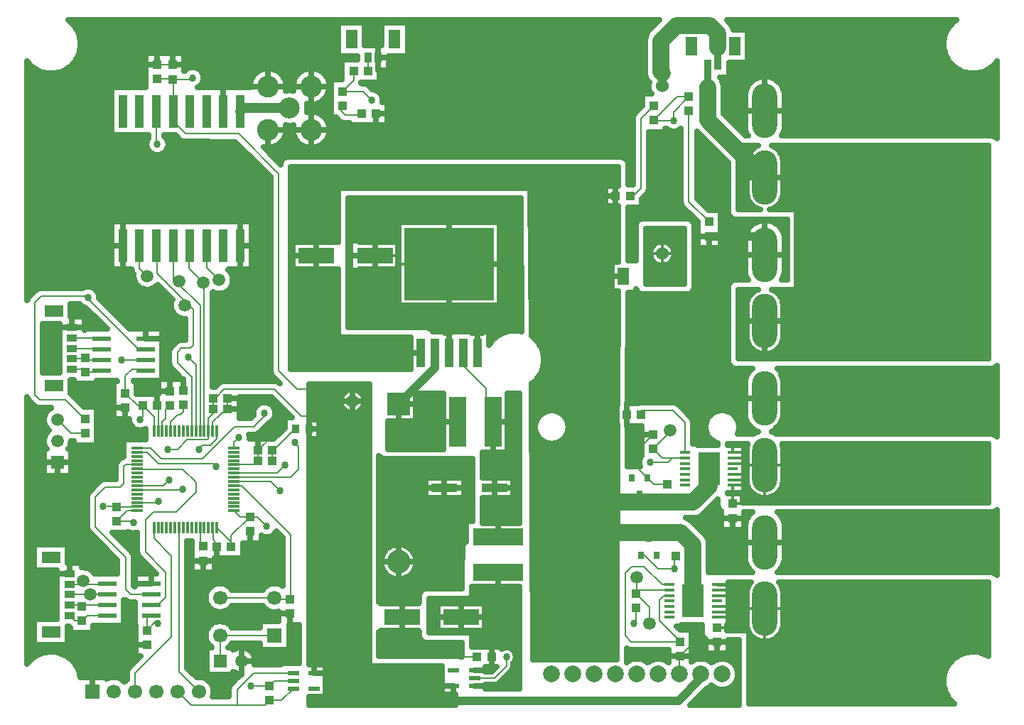
<source format=gbr>
%TF.GenerationSoftware,Novarm,DipTrace,3.3.1.1*%
%TF.CreationDate,2019-02-09T17:58:50-08:00*%
%FSLAX26Y26*%
%MOIN*%
%TF.FileFunction,Copper,L1,Top*%
%TF.Part,Single*%
%TA.AperFunction,Conductor*%
%ADD14C,0.033465*%
%ADD15C,0.08*%
%ADD16C,0.047*%
%ADD17C,0.008*%
%ADD18C,0.04*%
%ADD19C,0.017717*%
%ADD20C,0.03937*%
%ADD21C,0.031496*%
%TA.AperFunction,CopperBalancing*%
%ADD22C,0.025*%
%ADD23C,0.013*%
%TA.AperFunction,ComponentPad*%
%ADD24C,0.102362*%
%ADD25C,0.098425*%
%ADD26R,0.03937X0.043307*%
%ADD27R,0.043307X0.03937*%
%ADD28R,0.165354X0.074803*%
%ADD29R,0.122047X0.043307*%
%ADD31R,0.055118X0.082677*%
%TA.AperFunction,ComponentPad*%
%ADD32R,0.110236X0.110236*%
%ADD33C,0.110236*%
%ADD34R,0.031496X0.035433*%
%TA.AperFunction,ComponentPad*%
%ADD35R,0.059055X0.059055*%
%ADD36C,0.059055*%
%ADD37C,0.06*%
%ADD38O,0.11811X0.255906*%
%ADD39R,0.066929X0.066929*%
%ADD40C,0.066929*%
%ADD41R,0.037402X0.03937*%
%ADD42R,0.07874X0.23622*%
%ADD43R,0.23622X0.07874*%
%ADD47R,0.057087X0.011811*%
%ADD48R,0.011811X0.057087*%
%ADD49R,0.03937X0.15748*%
%ADD50R,0.033465X0.051181*%
%ADD51R,0.055118X0.088583*%
%ADD53R,0.051969X0.022441*%
%ADD54R,0.104331X0.15748*%
%ADD55R,0.051575X0.017717*%
%ADD56R,0.086614X0.023622*%
%ADD57R,0.051181X0.033465*%
%ADD58R,0.088583X0.055118*%
%ADD59R,0.42126X0.338583*%
%ADD60R,0.03937X0.133858*%
%TA.AperFunction,ComponentPad*%
%ADD61C,0.079016*%
%ADD62C,0.059055*%
%TA.AperFunction,ViaPad*%
%ADD63C,0.034*%
%ADD150C,0.059055*%
G75*
G01*
%LPD*%
X3628672Y3443660D2*
D14*
Y3337420D1*
D15*
Y3183303D1*
X3897749Y2914226D1*
X1667879Y3239127D2*
D16*
X1451638D1*
X1436432Y3223921D1*
X1228472Y1722378D2*
D17*
Y2032025D1*
X1191499Y2068999D1*
X963991Y2594000D2*
Y2486508D1*
X1000249Y2450249D1*
X1019000Y856500D2*
X1000249D1*
Y787749D1*
X1031622Y1722378D2*
Y1789353D1*
X979092Y1841883D1*
Y1790085D1*
X966652Y1777646D1*
X1050249Y819000D2*
X1056499Y825249D1*
X1037749D1*
X1000249Y787749D1*
X1394181Y1179161D2*
Y1202339D1*
X1326898Y1269622D1*
X1481500Y1319000D2*
X1435000D1*
X1405638Y1348362D1*
X1481500Y1319000D2*
X1516501D1*
X1560251Y1275251D1*
X1394181Y1179161D2*
Y1231681D1*
X1481500Y1319000D1*
X2422751Y456500D2*
D18*
X3491499D1*
X3597749Y562751D1*
Y581499D1*
X991449Y2006310D2*
D17*
Y2012559D1*
X928957D1*
X897710Y1981312D1*
Y1900071D1*
X1047749Y3375249D2*
X1119144D1*
X1119932Y3374462D1*
X1207432D1*
X1213681Y3380711D1*
X1121471Y3223921D2*
Y3372923D1*
X1119932Y3374462D1*
X1968160Y3412413D2*
Y3368655D1*
X1916348Y3316843D1*
X2011921D1*
X2053837Y3274927D1*
X1309974Y1876715D2*
Y1825528D1*
X1310251Y1825251D1*
Y1807909D1*
X1286433Y1784092D1*
Y1723472D1*
X1287528Y1722378D1*
X1309974Y1876715D2*
X1317967D1*
X1360252Y1919000D1*
X1597748D1*
X1722749Y1793999D1*
X1816501D1*
X1835251Y1775249D1*
X1097749Y1637751D2*
X1141585D1*
X1185178Y1681344D1*
X1278917D1*
X1285168Y1687594D1*
Y1720018D1*
X1287528Y1722378D1*
X1121471Y3223921D2*
Y3176152D1*
X1178930Y3118693D1*
X1428904D1*
X1616383Y2931214D1*
Y2006311D1*
X1703875Y1918819D1*
X1797614D1*
X952882Y1348362D2*
X904613D1*
X856500Y1300249D1*
X929001D1*
X935251Y1294000D1*
X979092Y1841883D2*
X955898D1*
X897710Y1900071D1*
X1248157Y1722378D2*
Y2312343D1*
X1139625Y2420875D1*
X1122749Y2437751D1*
Y2592722D1*
X1121471Y2594000D1*
X1150249Y2425249D2*
X1145875Y2420875D1*
X1139625D1*
X1208787Y1722378D2*
Y1976711D1*
X1141433Y2044066D1*
Y2093932D1*
X1160251Y2112749D1*
X1203997D1*
X1216499Y2125251D1*
Y2294001D1*
X1186500Y2324000D1*
X1047749Y2462751D1*
Y2594000D1*
X1042731D1*
X1175249Y2312749D2*
X1186500Y2324000D1*
X1405638Y1505843D2*
X1672093D1*
X1710249Y1543999D1*
Y1650251D1*
X1691500Y1669000D1*
X1278951Y2594000D2*
Y2490298D1*
X1337749Y2431500D1*
X1267843Y1722378D2*
Y2416318D1*
Y2417659D1*
X1197751Y2487751D1*
Y2594000D1*
X1200211D1*
X1262749Y2419000D2*
X1267843Y2416318D1*
X1405638Y1486157D2*
X1580591D1*
X1622749Y1443999D1*
X1042731Y3223921D2*
Y3073661D1*
X1047693Y3068699D1*
X1070992Y1722378D2*
Y1767136D1*
X1085189Y1781333D1*
Y1822689D1*
X1106500Y1844000D1*
X2349722Y2090126D2*
D18*
Y2020972D1*
X2178999Y1850249D1*
X3448045Y976432D2*
D17*
Y975251D1*
X3305822D1*
X3291499Y960928D1*
X3297749Y1037749D2*
Y960928D1*
X3291499D1*
X3356500Y819000D2*
Y895927D1*
X3291499Y960928D1*
X952882Y1623953D2*
X999043D1*
X1053997Y1568999D1*
X1310024D1*
X1322664Y1556358D1*
X1597751Y939915D2*
X1341845D1*
X1597751D2*
Y934261D1*
X1670497D1*
Y934037D1*
X1672749Y931785D1*
Y1237751D1*
X1444297Y1466203D1*
X1405907D1*
X1405638Y1466472D1*
X1587749Y1631500D2*
Y1581500D1*
Y1631500D2*
X1594001D1*
X1694001Y1731500D1*
X1697257D1*
X952882Y1387732D2*
X1047732D1*
X1054000Y1394000D1*
X944000Y500249D2*
Y587751D1*
X1112749Y756500D1*
Y1137751D1*
X1031622Y1218878D1*
Y1269622D1*
X952882Y1466472D2*
X1076472D1*
X1103999Y1493999D1*
X952882Y1446787D2*
X1163037D1*
X1166499Y1450249D1*
X2005657Y3212434D2*
Y3206185D1*
X1928850D1*
X1910104Y3224932D1*
Y3243669D1*
X1916348Y3249913D1*
X2483580Y2090126D2*
Y2030533D1*
X2590245Y1923867D1*
Y1798908D1*
X2622371Y1766782D1*
X3541182Y3291862D2*
X3486394D1*
X3377341Y3182810D1*
X3470235Y3180220D2*
X3379930D1*
X3377341Y3182810D1*
X3470235Y3180220D2*
Y3220915D1*
X3541182Y3291862D1*
X1405638Y1525528D2*
X1610526D1*
X1647749Y1562751D1*
X1520820Y1581500D2*
Y1631500D1*
X1405638Y1564898D2*
X1504218D1*
X1520820Y1581500D1*
X1376903Y1876715D2*
Y1825528D1*
X1377180Y1825251D1*
X1051307Y1722378D2*
Y1836597D1*
X1046021Y1841883D1*
X1307213Y1722378D2*
Y1765033D1*
X1376014Y1829479D1*
X1377180Y1825251D1*
X1520820Y1631500D2*
Y1633320D1*
X1591500Y1704000D1*
Y1729000D1*
X1619000Y1756500D1*
X1327252Y1179161D2*
Y1193693D1*
X1308142Y1212803D1*
Y1268693D1*
X1307213Y1269622D1*
X1327252Y1179161D2*
Y1091999D1*
X1331501Y1087749D1*
X793730Y1368167D2*
X855512D1*
X856500Y1367178D1*
X1572751Y525251D2*
X1485151D1*
X1485126Y525226D1*
X1769257Y3137749D2*
Y3340505D1*
X1047749Y3442178D2*
X1119144D1*
X1119932Y3441391D1*
X1481500Y1252071D2*
Y1166500D1*
X1485251Y1162749D1*
X3897661Y2550570D2*
D18*
Y2594087D1*
X3853997Y2637751D1*
X3635249D1*
X1660249Y550249D2*
D17*
X1685151D1*
X1685249Y550348D1*
X1597848D1*
X1572751Y525251D1*
X3260249Y1656500D2*
X3249570D1*
Y1800249D1*
X3441130Y1474370D2*
X3377270D1*
X3347651Y1503990D1*
X3260249Y1656500D2*
Y1591391D1*
X3347651Y1503990D1*
X3291499Y893999D2*
Y819000D1*
X3281500D1*
X3499965Y666786D2*
X3497749D1*
Y594000D1*
X3489678Y585929D1*
X3499965D1*
Y583714D1*
X3497749Y581499D1*
X3672751Y733320D2*
X3566499D1*
X3499965Y666786D1*
X3472751Y1075249D2*
X3397752D1*
X3331799Y1141202D1*
X3316230D1*
X3480820Y1137749D2*
X3479001D1*
X3472751Y1131499D1*
Y1075249D1*
X2535251Y562652D2*
X2628903D1*
X2685249Y618999D1*
Y662751D1*
X2547751D2*
X2285249D1*
X2235249Y712751D1*
X3372751Y1706499D2*
X3322752Y1656500D1*
X3260249D1*
X856500Y1367178D2*
X952013D1*
X952882Y1368047D1*
X1019000Y906500D2*
X1050249D1*
X1087749Y944000D1*
Y1060100D1*
X991449Y1156400D1*
Y1306383D1*
X1028945Y1343879D1*
X1135182D1*
X1228924Y1437621D1*
Y1481365D1*
X1166430Y1543858D1*
X954236D1*
X952882Y1545213D1*
Y1564898D2*
X898046D1*
X890793Y1557644D1*
Y1475886D1*
X873230Y1458323D1*
X802073D1*
X756500Y1412749D1*
Y1272612D1*
X898664Y1130448D1*
Y980462D1*
X922626Y956500D1*
X1019000D1*
X814276Y856500D2*
X719000D1*
X694000Y831500D1*
X660168D1*
X635238Y856430D1*
X814276Y906500D2*
X702071D1*
X694000Y898429D1*
X635238Y905643D2*
X686786D1*
X694000Y898429D1*
X635238Y954856D2*
X731500D1*
X812631D1*
X814276Y956500D1*
X731500D2*
Y954856D1*
X635238Y1004068D2*
X700249D1*
X811844D1*
X814276Y1006500D1*
X700249Y1019000D2*
Y1004068D1*
X1597751Y762749D2*
X1341845D1*
X1341500Y643999D2*
Y762404D1*
X1341845Y762749D1*
X2035089Y3412413D2*
Y3474907D1*
X3672454Y1002022D2*
D19*
X3738243D1*
X3677885Y3443660D2*
D14*
Y3521749D1*
D15*
Y3588175D1*
X3640810Y3625249D1*
X3481500D1*
X3409945Y3553694D1*
Y3409604D1*
X3416194Y3403354D1*
D20*
Y3343671D1*
X3448045Y950841D2*
D17*
X3423341D1*
X3403630Y931130D1*
Y831869D1*
X3499965Y735534D1*
Y733715D1*
X3270534D1*
X3241500Y762749D1*
Y1056500D1*
X3272749Y1087749D1*
X3329000D1*
X3414727Y1002022D1*
X3448045D1*
X3747751Y1381499D2*
X3747041Y1382209D1*
Y1468176D1*
X3264680Y2825251D2*
X3278999D1*
X3316499Y2862751D1*
Y3188896D1*
X3377341Y3249739D1*
X3635249Y2704680D2*
X3541182Y2798747D1*
Y3224933D1*
X1572751Y458322D2*
X1630625D1*
X1685249Y512946D1*
X1144000Y500249D2*
X1206500Y437749D1*
X1421818D1*
X1552178D1*
X1572751Y458322D1*
X1421818Y437749D2*
Y509318D1*
X1500249Y587749D1*
X1685249D1*
X991449Y2106310D2*
X960194D1*
X722728Y2343776D1*
Y2350024D1*
X1405638Y1643638D2*
Y1670639D1*
X1428999Y1694000D1*
X710249Y1779678D2*
X705819D1*
X616499Y1868999D1*
X497749D1*
X472749Y1893999D1*
Y2325251D1*
X503999Y2356500D1*
X716252D1*
X722728Y2350024D1*
X710249Y1712749D2*
X641349D1*
X578992Y1775106D1*
X786724Y2056310D2*
X720909D1*
X710228Y2066991D1*
X647736Y2061772D2*
X705009D1*
X710228Y2066991D1*
X647736Y2110984D2*
X782050D1*
X786724Y2106310D1*
X647736Y2160197D2*
X782837D1*
X786724Y2156310D1*
X991449Y2056310D2*
X878962D1*
Y2056304D1*
X1326898Y1722378D2*
Y1685647D1*
X1297751Y1656500D1*
X1260248D1*
X1241499Y1637751D1*
X952882Y1643638D2*
X1016861D1*
X1066500Y1593999D1*
X1260248D1*
X1410249Y1744000D1*
X1500249D1*
X1550205Y1793955D1*
X1544000Y1812749D1*
X1550249Y1806500D1*
X3522631Y1596129D2*
X3460251D1*
X3416192D1*
X3372751Y1639570D1*
X3460251Y1596129D2*
Y1594001D1*
X3441500Y1575251D1*
X3360251D1*
X3372751Y1639570D2*
X3454000Y1720819D1*
Y1725249D1*
X3522631Y1621719D2*
Y1763438D1*
X3467071Y1818999D1*
X3316499D1*
Y1800249D1*
X710228Y2000062D2*
X780476D1*
X786724Y2006310D1*
X647736Y2012559D2*
X697731D1*
X710228Y2000062D1*
X3560249Y925251D2*
D15*
Y1125249D1*
Y1188322D1*
X3503630Y1244941D1*
X3326589D1*
X2928631D1*
X3353631Y1219942D2*
D21*
X3326589Y1269941D1*
Y1244941D1*
X3547749Y1137749D2*
D20*
X3560249Y1125249D1*
X3634836Y1544948D2*
D15*
Y1463647D1*
X3559903Y1388714D1*
X3456617D1*
X3308432D1*
X2985157D1*
X3441130Y1407441D2*
D20*
X3456617Y1388714D1*
X3310249Y1425249D2*
D21*
X3308432Y1388714D1*
X1262749Y1181500D2*
D17*
X1248157D1*
Y1269622D1*
X1110362Y1722378D2*
Y1766612D1*
X1144000Y1800249D1*
X1156500D1*
X1169000Y1812749D1*
Y1845820D1*
X1149732Y1269622D2*
Y594517D1*
X1244000Y500249D1*
D63*
X2122751Y2300249D3*
X3470235Y3180220D3*
X3360251Y1575251D3*
X1647749Y1562751D3*
X1622749Y1443999D3*
X1191499Y2068999D3*
X1550249Y1806500D3*
X966652Y1777646D3*
X935251Y1294000D3*
X1050249Y819000D3*
X1103999Y1493999D3*
X1166499Y1450249D3*
X1054000Y1394000D3*
X616488Y1225142D3*
X1791499Y1218999D3*
X1560251Y1275251D3*
X1322664Y1556358D3*
X741476Y2237535D3*
X1097749Y1637751D3*
X1469000Y2119000D3*
X1331501Y1087749D3*
X793730Y1368167D3*
X1341412Y2881218D3*
X2685249Y662751D3*
X960203Y1093906D3*
X1213681Y3380711D3*
X3281500Y819000D3*
X3260249Y1656500D3*
X3472751Y1075249D3*
X878962Y2056304D3*
X1241499Y1637751D3*
X722728Y2350024D3*
X1428999Y1694000D3*
X1047693Y3068699D3*
X1785251Y1837751D3*
X2053837Y3274927D3*
X1619000Y1756500D3*
X1691500Y1669000D3*
X1485126Y525226D3*
X685232Y3074949D3*
X535247Y2631244D3*
X847751Y3581500D3*
X2485251Y3106499D3*
X2135251Y2743999D3*
X1654000Y3525251D3*
X3010249Y3175251D3*
X2597749Y3312749D3*
X2997749Y3550249D3*
X2641276Y2287532D3*
X4010251Y3600249D3*
X4310605Y3475570D3*
X4510249Y3600249D3*
X2000267Y2762882D2*
D22*
X2695260D1*
X2000267Y2738013D2*
X2695260D1*
X2000267Y2713144D2*
X2695260D1*
X2000267Y2688276D2*
X2177021D1*
X2656266D2*
X2695260D1*
X2000267Y2663407D2*
X2177021D1*
X2656266D2*
X2695260D1*
X2000267Y2638538D2*
X2177021D1*
X2656266D2*
X2695260D1*
X2000267Y2613669D2*
X2177021D1*
X2656266D2*
X2695260D1*
X2656266Y2588801D2*
X2695260D1*
X2656266Y2563932D2*
X2695260D1*
X2656266Y2539063D2*
X2695260D1*
X2656266Y2514194D2*
X2695260D1*
X2656266Y2489325D2*
X2695260D1*
X2000267Y2464457D2*
X2177021D1*
X2656266D2*
X2695260D1*
X2000267Y2439588D2*
X2177021D1*
X2656266D2*
X2695260D1*
X2000267Y2414719D2*
X2177021D1*
X2656266D2*
X2695260D1*
X2000267Y2389850D2*
X2177021D1*
X2656266D2*
X2695260D1*
X2000267Y2364982D2*
X2177021D1*
X2656266D2*
X2695260D1*
X2000267Y2340113D2*
X2177021D1*
X2656266D2*
X2695260D1*
X2000267Y2315244D2*
X2177021D1*
X2656266D2*
X2695260D1*
X2000267Y2290375D2*
X2695260D1*
X2000267Y2265507D2*
X2695260D1*
X2000267Y2240638D2*
X2695260D1*
X2400232Y2215769D2*
X2420244D1*
X2525253D2*
X2570240D1*
X2400232Y2190900D2*
X2420244D1*
X2525253D2*
X2570240D1*
X1997754Y2610353D2*
X2177289D1*
Y2482550D1*
X1997746D1*
X1997749Y2237760D1*
X2387205Y2237597D1*
X2390033Y2236799D1*
X2392597Y2235364D1*
X2394755Y2233369D1*
X2396387Y2230926D1*
X2397404Y2228169D1*
X2397750Y2225251D1*
Y2183589D1*
X2422749Y2183555D1*
X2422904Y2227206D1*
X2423702Y2230034D1*
X2425138Y2232598D1*
X2427132Y2234756D1*
X2429576Y2236388D1*
X2432333Y2237405D1*
X2435254Y2237751D1*
X2512206Y2237597D1*
X2515034Y2236799D1*
X2517598Y2235363D1*
X2519756Y2233369D1*
X2521388Y2230926D1*
X2522405Y2228169D1*
X2522751Y2225247D1*
Y2183589D1*
X2572755Y2183555D1*
X2572903Y2227206D1*
X2573701Y2230034D1*
X2575137Y2232598D1*
X2577131Y2234756D1*
X2579574Y2236388D1*
X2582331Y2237405D1*
X2585253Y2237751D1*
X2697746D1*
X2697751Y2787743D1*
X1997770Y2787751D1*
X1997749Y2610387D1*
X2181358Y2703240D2*
X2653781D1*
Y2311657D1*
X2179521D1*
Y2703240D1*
X2181358D1*
X2068112Y2610317D2*
D23*
Y2482586D1*
Y2546451D2*
X2177253D1*
X2416651Y2703204D2*
Y2311693D1*
X2179557Y2507449D2*
X2653745D1*
X2416651Y2183519D2*
Y2090126D1*
X2550509Y2183519D2*
Y2090126D1*
X1675267Y2937881D2*
D22*
X3207653D1*
X1675267Y2913012D2*
X3207582D1*
X1675267Y2888143D2*
X3207510D1*
X1675267Y2863274D2*
X3147081D1*
X1675267Y2838406D2*
X1895261D1*
X2800308D2*
X3147081D1*
X1675267Y2813537D2*
X1895261D1*
X2800452D2*
X3147081D1*
X1675267Y2788668D2*
X1895261D1*
X2800595D2*
X3147081D1*
X1675267Y2763799D2*
X1895261D1*
X2800739D2*
X3207187D1*
X1675267Y2738930D2*
X1895261D1*
X2800882D2*
X3207115D1*
X1675267Y2714062D2*
X1895261D1*
X2801026D2*
X3207043D1*
X1675267Y2689193D2*
X1895261D1*
X2801170D2*
X3206972D1*
X1675267Y2664324D2*
X1895261D1*
X2801313D2*
X3206936D1*
X1675267Y2639455D2*
X1895261D1*
X2801457D2*
X3206864D1*
X1675267Y2614587D2*
X1895261D1*
X2801600D2*
X3206792D1*
X2801708Y2589718D2*
X3206721D1*
X2801851Y2564849D2*
X3206649D1*
X2801995Y2539980D2*
X3206577D1*
X2802138Y2515112D2*
X3175932D1*
X2802282Y2490243D2*
X3175932D1*
X1675267Y2465374D2*
X1895261D1*
X2802425D2*
X3175932D1*
X1675267Y2440505D2*
X1895261D1*
X2802569D2*
X3175932D1*
X1675267Y2415636D2*
X1895261D1*
X2802713D2*
X3175932D1*
X1675267Y2390768D2*
X1895261D1*
X2802856D2*
X3175932D1*
X1675267Y2365899D2*
X1895261D1*
X2803000D2*
X3206110D1*
X1675267Y2341030D2*
X1895261D1*
X2803143D2*
X3206039D1*
X1675267Y2316161D2*
X1895261D1*
X2803251D2*
X3206003D1*
X1675267Y2291293D2*
X1895261D1*
X2803394D2*
X3205931D1*
X1675267Y2266424D2*
X1895261D1*
X2803538D2*
X3205859D1*
X1675267Y2241555D2*
X1895261D1*
X2803681D2*
X3205788D1*
X1675267Y2216686D2*
X1895261D1*
X2803825D2*
X3205716D1*
X1675267Y2191818D2*
X1895261D1*
X2803968D2*
X3205644D1*
X1675267Y2166949D2*
X1898419D1*
X2807377D2*
X3205572D1*
X1675267Y2142080D2*
X2234116D1*
X2833035D2*
X3205536D1*
X1675267Y2117211D2*
X2234116D1*
X2848752D2*
X3205465D1*
X1675267Y2092343D2*
X2234116D1*
X2858118D2*
X3205393D1*
X1675267Y2067474D2*
X2234116D1*
X2862460D2*
X3205321D1*
X1675267Y2042605D2*
X2234116D1*
X2862173D2*
X3205249D1*
X1675267Y2017736D2*
X2234116D1*
X2857292D2*
X3205177D1*
X2847281Y1992867D2*
X3205106D1*
X2830666Y1967999D2*
X3205070D1*
X2805368Y1943130D2*
X3204998D1*
X2805512Y1918261D2*
X3204926D1*
X2805655Y1893392D2*
X3204855D1*
X2805799Y1868524D2*
X3204783D1*
X2805942Y1843655D2*
X3198934D1*
X2806086Y1818786D2*
X2887961D1*
X2907530D2*
X3198934D1*
X2806229Y1793917D2*
X2837975D1*
X2957517D2*
X3198934D1*
X2806373Y1769049D2*
X2822688D1*
X2972839D2*
X3198934D1*
X2806516Y1744180D2*
X2817645D1*
X2977827D2*
X3204460D1*
X2806624Y1719311D2*
X2820858D1*
X2974634D2*
X3204388D1*
X2806767Y1694442D2*
X2833489D1*
X2962002D2*
X3204316D1*
X2806911Y1669573D2*
X2866036D1*
X2929455D2*
X3204244D1*
X2807055Y1644705D2*
X3204209D1*
X2807198Y1619836D2*
X3204137D1*
X2807342Y1594967D2*
X3204065D1*
X2807485Y1570098D2*
X3203993D1*
X2807629Y1545230D2*
X3203922D1*
X2807772Y1520361D2*
X3203850D1*
X2807916Y1495492D2*
X3203778D1*
X2808059Y1470623D2*
X3203742D1*
X2808203Y1445755D2*
X3203670D1*
X2808310Y1420886D2*
X3203599D1*
X2808454Y1396017D2*
X3203527D1*
X2808598Y1371148D2*
X3203455D1*
X2808741Y1346280D2*
X3203383D1*
X2808885Y1321411D2*
X3203312D1*
X2809028Y1296542D2*
X3203276D1*
X2809172Y1271673D2*
X3203204D1*
X2809315Y1246804D2*
X3203132D1*
X2809459Y1221936D2*
X3203060D1*
X2809602Y1197067D2*
X3202989D1*
X2809746Y1172198D2*
X3202917D1*
X2809889Y1147329D2*
X3202845D1*
X2809997Y1122461D2*
X3202809D1*
X2810141Y1097592D2*
X3202737D1*
X2810284Y1072723D2*
X3202666D1*
X2810428Y1047854D2*
X3202594D1*
X2810571Y1022986D2*
X3202522D1*
X2810715Y998117D2*
X3202450D1*
X2810858Y973248D2*
X3202414D1*
X2811002Y948379D2*
X3202343D1*
X2811145Y923511D2*
X3202271D1*
X2811289Y898642D2*
X3202199D1*
X2811432Y873773D2*
X3202127D1*
X2811540Y848904D2*
X3202056D1*
X2811684Y824035D2*
X3201984D1*
X2811827Y799167D2*
X3201948D1*
X2811971Y774298D2*
X3201876D1*
X2812114Y749429D2*
X3201804D1*
X2812258Y724560D2*
X3201733D1*
X2812401Y699692D2*
X3201661D1*
X2812545Y674823D2*
X3201589D1*
X1685181Y2610353D2*
X1897752D1*
X1897905Y2852206D1*
X1898702Y2855034D1*
X1900138Y2857598D1*
X1902133Y2859756D1*
X1904576Y2861388D1*
X1907333Y2862405D1*
X1910251Y2862751D1*
X2787136Y2862608D1*
X2789969Y2861826D1*
X2792541Y2860405D1*
X2794710Y2858422D1*
X2796356Y2855988D1*
X2797389Y2853237D1*
X2797751Y2850321D1*
X2801598Y2169286D1*
X2810787Y2162292D1*
X2817647Y2156185D1*
X2824084Y2149634D1*
X2830070Y2142668D1*
X2835578Y2135318D1*
X2840584Y2127617D1*
X2845065Y2119600D1*
X2849001Y2111301D1*
X2852375Y2102759D1*
X2855172Y2094010D1*
X2857379Y2085095D1*
X2858986Y2076052D1*
X2859987Y2066922D1*
X2860382Y2056500D1*
X2860075Y2047320D1*
X2859157Y2038182D1*
X2857632Y2029125D1*
X2855506Y2020190D1*
X2852788Y2011416D1*
X2849492Y2002843D1*
X2845631Y1994510D1*
X2841223Y1986452D1*
X2836287Y1978706D1*
X2830846Y1971307D1*
X2824923Y1964287D1*
X2818545Y1957678D1*
X2811741Y1951509D1*
X2802856Y1944648D1*
X2810180Y650261D1*
X3204067Y650251D1*
X3206984Y1754029D1*
X3201416Y1754064D1*
Y1846434D1*
X3207265D1*
X3208660Y2380996D1*
X3178419Y2380960D1*
Y2516638D1*
X3209028D1*
X3209725Y2779093D1*
X3149597Y2779065D1*
Y2871435D1*
X3209976D1*
X3210216Y2962748D1*
X1672732Y2962749D1*
X1672749Y2012728D1*
X2236585Y2012749D1*
X2236608Y2162747D1*
X1908295Y2162905D1*
X1905467Y2163702D1*
X1902903Y2165138D1*
X1900746Y2167133D1*
X1899113Y2169576D1*
X1898096Y2172333D1*
X1897751Y2175251D1*
Y2482527D1*
X1683344Y2482550D1*
Y2610353D1*
X1685181D1*
X2975141Y1735408D2*
X2974425Y1729354D1*
X2973236Y1723376D1*
X2971581Y1717509D1*
X2969471Y1711791D1*
X2966919Y1706255D1*
X2963941Y1700936D1*
X2960554Y1695868D1*
X2956781Y1691081D1*
X2952643Y1686605D1*
X2948167Y1682467D1*
X2943380Y1678694D1*
X2938312Y1675307D1*
X2932993Y1672329D1*
X2927458Y1669777D1*
X2921739Y1667667D1*
X2915872Y1666012D1*
X2909894Y1664823D1*
X2903840Y1664107D1*
X2897749Y1663867D1*
X2891658Y1664107D1*
X2885605Y1664823D1*
X2879627Y1666012D1*
X2873760Y1667667D1*
X2868041Y1669777D1*
X2862506Y1672329D1*
X2857187Y1675307D1*
X2852119Y1678694D1*
X2847332Y1682467D1*
X2842856Y1686605D1*
X2838718Y1691081D1*
X2834944Y1695868D1*
X2831558Y1700936D1*
X2828579Y1706255D1*
X2826027Y1711791D1*
X2823918Y1717509D1*
X2822263Y1723376D1*
X2821074Y1729354D1*
X2820357Y1735408D1*
X2820118Y1741499D1*
X2820357Y1747590D1*
X2821074Y1753643D1*
X2822263Y1759621D1*
X2823918Y1765488D1*
X2826027Y1771207D1*
X2828579Y1776743D1*
X2831558Y1782061D1*
X2834944Y1787129D1*
X2838718Y1791916D1*
X2842856Y1796392D1*
X2847332Y1800530D1*
X2852119Y1804304D1*
X2857187Y1807690D1*
X2862506Y1810669D1*
X2868041Y1813221D1*
X2873760Y1815330D1*
X2879627Y1816985D1*
X2885605Y1818174D1*
X2891658Y1818891D1*
X2897749Y1819130D1*
X2903840Y1818891D1*
X2909894Y1818174D1*
X2915872Y1816985D1*
X2921739Y1815330D1*
X2927458Y1813221D1*
X2932993Y1810669D1*
X2938312Y1807690D1*
X2943380Y1804304D1*
X2948167Y1800530D1*
X2952643Y1796392D1*
X2956781Y1791916D1*
X2960554Y1787129D1*
X2963941Y1782061D1*
X2966919Y1776743D1*
X2969471Y1771207D1*
X2971581Y1765488D1*
X2973236Y1759621D1*
X2974425Y1753643D1*
X2975141Y1747590D1*
X2975381Y1741499D1*
X2975141Y1735408D1*
X1792521Y2610317D2*
Y2482586D1*
X1683380Y2546451D2*
X1792521D1*
X3178455Y2448799D2*
X3232478D1*
X3197751Y2871400D2*
Y2779101D1*
X3149633Y2825251D2*
X3197751D1*
X2236644Y2090126D2*
X2282793D1*
X1762767Y1919131D2*
X2038992D1*
X1762767Y1894262D2*
X1913935D1*
X2011588D2*
X2038992D1*
X1762767Y1869394D2*
X1904605D1*
X2020882D2*
X2038992D1*
X1762767Y1844525D2*
X1907261D1*
X2018227D2*
X2038992D1*
X1762767Y1819656D2*
X1924449D1*
X2001038D2*
X2038992D1*
X1762767Y1794787D2*
X2038992D1*
X1807945Y1769919D2*
X2038992D1*
X1807945Y1745050D2*
X2038992D1*
X1807945Y1720181D2*
X2038992D1*
X1807945Y1695312D2*
X2038992D1*
X1762767Y1670444D2*
X2038992D1*
X1762767Y1645575D2*
X2038992D1*
X1762767Y1620706D2*
X2038992D1*
X1762767Y1595837D2*
X2038992D1*
X1762767Y1570969D2*
X2038992D1*
X1762767Y1546100D2*
X2038992D1*
X1762767Y1521231D2*
X2038992D1*
X1762767Y1496362D2*
X2038992D1*
X1762767Y1471493D2*
X2038992D1*
X1762767Y1446625D2*
X2038992D1*
X1762767Y1421756D2*
X2038992D1*
X1762767Y1396887D2*
X2038992D1*
X1762767Y1372018D2*
X2038992D1*
X1762767Y1347150D2*
X2038992D1*
X1762767Y1322281D2*
X2038992D1*
X1762767Y1297412D2*
X2038992D1*
X1762767Y1272543D2*
X2038992D1*
X1762767Y1247675D2*
X2038992D1*
X1762767Y1222806D2*
X2038992D1*
X1762767Y1197937D2*
X2038992D1*
X1762767Y1173068D2*
X2038992D1*
X1762767Y1148199D2*
X2038992D1*
X1762767Y1123331D2*
X2038992D1*
X1762767Y1098462D2*
X2038992D1*
X1762767Y1073593D2*
X2038992D1*
X1762767Y1048724D2*
X2038992D1*
X1762767Y1023856D2*
X2038992D1*
X1762767Y998987D2*
X2038992D1*
X1762767Y974118D2*
X2038992D1*
X1762767Y949249D2*
X2038992D1*
X1762767Y924381D2*
X2038992D1*
X1762767Y899512D2*
X2038992D1*
X1762767Y874643D2*
X2038992D1*
X1762767Y849774D2*
X2038992D1*
X1762767Y824906D2*
X2038992D1*
X1762767Y800037D2*
X2038992D1*
X1762767Y775168D2*
X2038992D1*
X1762767Y750299D2*
X2038992D1*
X1762767Y725430D2*
X2038992D1*
X1762767Y700562D2*
X2038992D1*
X1762767Y675693D2*
X2038992D1*
X1762767Y650824D2*
X2038992D1*
X1762767Y625955D2*
X2040283D1*
X1838662Y601087D2*
X2381829D1*
X1838662Y576218D2*
X2381829D1*
X1838662Y551349D2*
X2381829D1*
X1838662Y526480D2*
X2381829D1*
X1838662Y501612D2*
X2381829D1*
X1838662Y476743D2*
X2445237D1*
X1762767Y451874D2*
X2445237D1*
X1760256Y1777685D2*
X1805450D1*
Y1685315D1*
X1760243D1*
X1760249Y625448D1*
X1836159Y625470D1*
Y475226D1*
X1760264D1*
X1760249Y437774D1*
X2447742Y437749D1*
X2447751Y487508D1*
X2384341Y487530D1*
Y618994D1*
X2052043Y619152D1*
X2049215Y619950D1*
X2046651Y621386D1*
X2044494Y623380D1*
X2042861Y625824D1*
X2041844Y628581D1*
X2041499Y631503D1*
Y1944035D1*
X1760215Y1944000D1*
X1760249Y1777689D1*
X2018747Y1860912D2*
X2018025Y1853604D1*
X2016355Y1846453D1*
X2013763Y1839582D1*
X2010294Y1833109D1*
X2006009Y1827145D1*
X2000980Y1821792D1*
X1995295Y1817144D1*
X1989051Y1813279D1*
X1982354Y1810264D1*
X1975321Y1808150D1*
X1968072Y1806975D1*
X1960731Y1806758D1*
X1953425Y1807503D1*
X1946280Y1809197D1*
X1939417Y1811811D1*
X1932955Y1815301D1*
X1927005Y1819605D1*
X1921669Y1824651D1*
X1917039Y1830351D1*
X1913194Y1836608D1*
X1910201Y1843314D1*
X1908110Y1850354D1*
X1906958Y1857607D1*
X1906765Y1864948D1*
X1907533Y1872252D1*
X1909251Y1879392D1*
X1911887Y1886246D1*
X1915397Y1892697D1*
X1919721Y1898633D1*
X1924784Y1903953D1*
X1930499Y1908564D1*
X1936768Y1912389D1*
X1943484Y1915361D1*
X1950531Y1917428D1*
X1957787Y1918557D1*
X1965129Y1918726D1*
X1972430Y1917934D1*
X1979565Y1916194D1*
X1986411Y1913536D1*
X1992850Y1910005D1*
X1998772Y1905662D1*
X2004075Y1900582D1*
X2008668Y1894851D1*
X2012473Y1888570D1*
X2015423Y1881845D1*
X2017468Y1874791D1*
X2018572Y1867531D1*
X2018747Y1860912D1*
X1760249Y1777649D2*
Y1685351D1*
Y1731500D2*
X1805414D1*
X2436825Y525251D2*
Y487566D1*
X2384377Y525251D2*
X2436825D1*
X1783675Y625434D2*
Y587749D1*
X1836123D1*
X1962749Y1918741D2*
Y1806758D1*
X1906758Y1862749D2*
X2018741D1*
X2690743Y1875381D2*
X2745239D1*
X2690743Y1850512D2*
X2745239D1*
X2690743Y1825643D2*
X2745239D1*
X2690743Y1800774D2*
X2745239D1*
X2690743Y1775906D2*
X2745239D1*
X2690743Y1751037D2*
X2745239D1*
X2690743Y1726168D2*
X2745239D1*
X2690743Y1701299D2*
X2745239D1*
X2690743Y1676430D2*
X2745239D1*
X2690743Y1651562D2*
X2745239D1*
X2690743Y1626693D2*
X2745239D1*
X2575267Y1601824D2*
X2745239D1*
X2575267Y1576955D2*
X2745239D1*
X2575267Y1552087D2*
X2745239D1*
X2575267Y1527218D2*
X2745239D1*
X2718804Y1502349D2*
X2745239D1*
X2718804Y1477480D2*
X2745239D1*
X2718804Y1452612D2*
X2745239D1*
X2718804Y1427743D2*
X2745239D1*
X2575267Y1402874D2*
X2745239D1*
X2575267Y1378005D2*
X2745239D1*
X2575267Y1353136D2*
X2745239D1*
X2575267Y1328268D2*
X2745239D1*
X2575267Y1303399D2*
X2745239D1*
X2572752Y1504522D2*
X2716301D1*
Y1408215D1*
X2572742D1*
X2572955Y1291121D1*
X2747747D1*
X2747751Y1900218D1*
X2688231Y1900249D1*
X2688242Y1622172D1*
X2572745D1*
X2572749Y1504495D1*
X2628777Y1504486D2*
Y1408251D1*
Y1456369D2*
X2716265D1*
X2622371Y1766782D2*
Y1622208D1*
Y1766782D2*
X2688206D1*
X2647749Y1291085D2*
Y1225251D1*
X2100269Y1562882D2*
X2470258D1*
X2100269Y1538013D2*
X2470258D1*
X2100269Y1513144D2*
X2470258D1*
X2100269Y1488276D2*
X2302536D1*
X2100269Y1463407D2*
X2302536D1*
X2100269Y1438538D2*
X2302536D1*
X2100269Y1413669D2*
X2302536D1*
X2100269Y1388801D2*
X2470258D1*
X2100269Y1363932D2*
X2470258D1*
X2100269Y1339063D2*
X2470258D1*
X2100269Y1314194D2*
X2470258D1*
X2100269Y1289325D2*
X2470258D1*
X2100269Y1264457D2*
X2470258D1*
X2100269Y1239588D2*
X2470258D1*
X2100269Y1214719D2*
X2470258D1*
X2100269Y1189850D2*
X2169692D1*
X2188337D2*
X2470258D1*
X2100269Y1164982D2*
X2117553D1*
X2240432D2*
X2470258D1*
X2256760Y1140113D2*
X2470258D1*
X2262824Y1115244D2*
X2470258D1*
X2261066Y1090375D2*
X2470258D1*
X2250875Y1065507D2*
X2470258D1*
X2100269Y1040638D2*
X2131189D1*
X2226832D2*
X2470258D1*
X2100269Y1015769D2*
X2470258D1*
X2100269Y990900D2*
X2270671D1*
X2100269Y966032D2*
X2270240D1*
X2100269Y941163D2*
X2270240D1*
X2100269Y916294D2*
X2270240D1*
X2100269Y767081D2*
X2270240D1*
X2100269Y742213D2*
X2270240D1*
X2100269Y717344D2*
X2270240D1*
X2100269Y692475D2*
X2270240D1*
X2306870Y1504522D2*
X2472748D1*
X2472751Y1587770D1*
X2097737Y1587751D1*
X2097788Y1116660D1*
X2099216Y1125729D1*
X2101654Y1134581D1*
X2105071Y1143103D1*
X2109423Y1151188D1*
X2114656Y1158732D1*
X2120703Y1165641D1*
X2127488Y1171827D1*
X2134924Y1177212D1*
X2142919Y1181727D1*
X2151370Y1185317D1*
X2160170Y1187934D1*
X2169209Y1189546D1*
X2178372Y1190133D1*
X2187543Y1189687D1*
X2196605Y1188214D1*
X2205445Y1185732D1*
X2213950Y1182273D1*
X2222013Y1177881D1*
X2229531Y1172611D1*
X2236410Y1166530D1*
X2242563Y1159714D1*
X2247911Y1152251D1*
X2252387Y1144235D1*
X2255934Y1135766D1*
X2258507Y1126953D1*
X2260075Y1117906D1*
X2260617Y1108517D1*
X2260100Y1099350D1*
X2258558Y1090299D1*
X2256008Y1081479D1*
X2252484Y1073000D1*
X2248030Y1064972D1*
X2242702Y1057494D1*
X2236569Y1050662D1*
X2229706Y1044562D1*
X2222202Y1039271D1*
X2214152Y1034857D1*
X2205656Y1031375D1*
X2196823Y1028869D1*
X2187765Y1027371D1*
X2178595Y1026900D1*
X2169431Y1027462D1*
X2160388Y1029049D1*
X2151580Y1031642D1*
X2143119Y1035208D1*
X2135113Y1039702D1*
X2127661Y1045066D1*
X2120860Y1051234D1*
X2114794Y1058126D1*
X2109540Y1065656D1*
X2105166Y1073729D1*
X2101726Y1082241D1*
X2099264Y1091087D1*
X2097810Y1100152D1*
X2097751Y957206D1*
Y914109D1*
X2272746Y914083D1*
X2272903Y989706D1*
X2273701Y992534D1*
X2275137Y995098D1*
X2277131Y997256D1*
X2279574Y998888D1*
X2282331Y999905D1*
X2285253Y1000251D1*
X2472744D1*
X2472731Y1408215D1*
X2305033D1*
Y1504522D1*
X2306870D1*
X2272752Y786279D2*
X2097752D1*
X2097751Y675264D1*
X2272746Y675249D1*
X2272749Y786299D1*
X2392556Y1504486D2*
Y1408251D1*
X2305069Y1456369D2*
X2392556D1*
X2196954Y914047D2*
Y786315D1*
X2178999Y1190099D2*
Y1026935D1*
X2097416Y1108517D2*
X2260581D1*
X2263104Y1875382D2*
X2388651D1*
X2263104Y1850513D2*
X2388651D1*
X2263104Y1825644D2*
X2388651D1*
X2263104Y1800776D2*
X2388651D1*
X2263104Y1775907D2*
X2388651D1*
X2131517Y1751038D2*
X2388651D1*
X2131517Y1726169D2*
X2388651D1*
X2131517Y1701301D2*
X2388651D1*
X2131517Y1676432D2*
X2388651D1*
X2131517Y1651563D2*
X2388651D1*
X2260617Y1900253D2*
Y1768631D1*
X2129001D1*
X2128999Y1637770D1*
X2391120Y1637751D1*
X2391147Y1900253D1*
X2260610Y1900251D1*
X2178999Y1850249D2*
Y1768667D1*
Y1850249D2*
X2260581D1*
X2391183Y1766782D2*
X2457017D1*
X2525250Y975906D2*
X2745244D1*
X2525250Y951037D2*
X2745244D1*
X2325267Y926168D2*
X2745244D1*
X2325267Y901299D2*
X2360852D1*
X2584208D2*
X2745244D1*
X2325267Y876430D2*
X2360852D1*
X2584208D2*
X2745244D1*
X2325267Y851562D2*
X2360852D1*
X2584208D2*
X2745244D1*
X2325267Y826693D2*
X2360852D1*
X2584208D2*
X2745244D1*
X2325267Y801824D2*
X2360852D1*
X2584208D2*
X2745244D1*
X2325267Y776955D2*
X2745244D1*
X2525250Y752087D2*
X2745244D1*
X2525250Y727218D2*
X2745244D1*
X2705747Y702349D2*
X2745244D1*
X2728677Y677480D2*
X2745244D1*
X2730041Y652612D2*
X2745244D1*
X2718235Y627743D2*
X2745244D1*
X2590236Y602874D2*
X2623489D1*
X2713642D2*
X2745244D1*
X2689887Y578005D2*
X2745244D1*
X2665019Y553136D2*
X2745244D1*
X2590236Y528268D2*
X2745244D1*
X2365205Y914083D2*
X2581722D1*
Y786280D1*
X2363367D1*
Y914083D1*
X2365205D1*
X2747756Y994026D2*
X2522747D1*
X2522597Y948295D1*
X2521799Y945467D1*
X2520364Y942903D1*
X2518369Y940745D1*
X2515926Y939113D1*
X2513169Y938096D1*
X2510247Y937751D1*
X2322756D1*
X2322749Y775243D1*
X2512206Y775095D1*
X2515034Y774298D1*
X2517598Y772862D1*
X2519756Y770867D1*
X2521388Y768424D1*
X2522405Y765667D1*
X2522751Y762749D1*
Y708959D1*
X2662833Y708936D1*
Y700029D1*
X2668603Y702939D1*
X2675094Y705049D1*
X2681836Y706117D1*
X2688662D1*
X2695404Y705049D1*
X2701896Y702939D1*
X2707978Y699841D1*
X2713500Y695828D1*
X2718327Y691002D1*
X2722339Y685479D1*
X2725438Y679397D1*
X2727547Y672906D1*
X2728615Y666164D1*
Y659338D1*
X2727547Y652596D1*
X2725438Y646104D1*
X2722339Y640022D1*
X2718327Y634500D1*
X2715744Y631747D1*
X2715655Y616606D1*
X2714907Y611879D1*
X2713428Y607327D1*
X2711255Y603062D1*
X2708442Y599190D1*
X2654850Y545466D1*
X2648711Y539460D1*
X2644839Y536647D1*
X2640575Y534474D1*
X2636023Y532995D1*
X2631296Y532246D1*
X2587744Y532152D1*
X2587735Y512755D1*
X2747768Y512749D1*
X2747751Y994052D1*
X2639688Y616566D2*
X2587742D1*
X2587735Y593156D1*
X2616241Y593152D1*
X2639688Y616571D1*
X2472545Y914047D2*
Y786315D1*
X2363403Y850181D2*
X2581686D1*
X2647749Y1059896D2*
Y994062D1*
X2614680Y708900D2*
Y616601D1*
X2535251Y525251D2*
X2587699D1*
X2535251Y600054D2*
X2587699D1*
X3341245Y2648932D2*
X3517460D1*
X3341245Y2624063D2*
X3517460D1*
X3341245Y2599194D2*
X3376974D1*
X3455428D2*
X3517460D1*
X3341245Y2574325D2*
X3360144D1*
X3472222D2*
X3517460D1*
X3341245Y2549457D2*
X3357596D1*
X3474770D2*
X3517460D1*
X3341245Y2524588D2*
X3366926D1*
X3465476D2*
X3517460D1*
X3341245Y2499719D2*
X3517460D1*
X3341245Y2474850D2*
X3517460D1*
X3341245Y2449982D2*
X3517460D1*
X3341245Y2425113D2*
X3517460D1*
X3472664Y2554432D2*
X3471949Y2547123D1*
X3470292Y2539969D1*
X3467721Y2533090D1*
X3464279Y2526602D1*
X3460025Y2520616D1*
X3455030Y2515232D1*
X3449379Y2510541D1*
X3443168Y2506623D1*
X3436501Y2503544D1*
X3429490Y2501356D1*
X3422255Y2500095D1*
X3414918Y2499783D1*
X3407602Y2500426D1*
X3400432Y2502012D1*
X3393528Y2504515D1*
X3387006Y2507892D1*
X3380978Y2512087D1*
X3375545Y2517028D1*
X3370798Y2522632D1*
X3366819Y2528804D1*
X3363674Y2535440D1*
X3361416Y2542428D1*
X3360083Y2549650D1*
X3359699Y2556984D1*
X3360269Y2564306D1*
X3361784Y2571492D1*
X3364218Y2578421D1*
X3367530Y2584975D1*
X3371665Y2591045D1*
X3376551Y2596527D1*
X3382108Y2601329D1*
X3388240Y2605369D1*
X3394845Y2608580D1*
X3401810Y2610907D1*
X3409019Y2612312D1*
X3416348Y2612769D1*
X3423676Y2612272D1*
X3430876Y2610828D1*
X3437829Y2608463D1*
X3444416Y2605216D1*
X3450526Y2601142D1*
X3456056Y2596310D1*
X3460913Y2590801D1*
X3465014Y2584709D1*
X3468291Y2578137D1*
X3470687Y2571195D1*
X3472163Y2564001D1*
X3472694Y2556269D1*
X3472664Y2554432D1*
X3338727Y2673777D2*
Y2411320D1*
X3519966Y2411299D1*
X3519978Y2673780D1*
X3338739Y2673801D1*
X3416194Y2612733D2*
D23*
Y2499805D1*
X3359730Y2556269D2*
X3472658D1*
X657624Y3626631D2*
D22*
X1894756D1*
X2021869D2*
X2097501D1*
X2224615D2*
X3376449D1*
X3743019D2*
X4765383D1*
X673988Y3601762D2*
X1894756D1*
X2021869D2*
X2097501D1*
X2224615D2*
X3351833D1*
X3818232D2*
X4749020D1*
X683820Y3576894D2*
X1894756D1*
X2021869D2*
X2097501D1*
X2224615D2*
X3337695D1*
X3818232D2*
X4739187D1*
X688521Y3552025D2*
X1894756D1*
X2021869D2*
X2097501D1*
X2224615D2*
X3333963D1*
X3818232D2*
X4734486D1*
X688628Y3527156D2*
X1894756D1*
X2224615D2*
X3333963D1*
X3818232D2*
X4734379D1*
X684143Y3502287D2*
X1894756D1*
X2224615D2*
X3333963D1*
X3818232D2*
X4738864D1*
X674598Y3477419D2*
X992053D1*
X1175613D2*
X1982349D1*
X2137022D2*
X3333963D1*
X3818232D2*
X4748410D1*
X658593Y3452550D2*
X992053D1*
X1175613D2*
X1910509D1*
X2137022D2*
X3333963D1*
X3818232D2*
X4764414D1*
X439018Y3427681D2*
X465560D1*
X632434D2*
X992053D1*
X1175613D2*
X1192646D1*
X1234714D2*
X1910509D1*
X2137022D2*
X3333963D1*
X3730603D2*
X4790573D1*
X4957447D2*
X4983989D1*
X439018Y3402812D2*
X526635D1*
X571395D2*
X992053D1*
X1261591D2*
X1506668D1*
X1626354D2*
X1709414D1*
X1829100D2*
X1910509D1*
X2092741D2*
X3334250D1*
X3730603D2*
X4851612D1*
X4896372D2*
X4983989D1*
X439018Y3377944D2*
X992053D1*
X1266615D2*
X1488044D1*
X1644942D2*
X1690790D1*
X1847723D2*
X1910509D1*
X2092741D2*
X3341104D1*
X3692494D2*
X3855934D1*
X3939556D2*
X4983989D1*
X439018Y3353075D2*
X992053D1*
X1258433D2*
X1480257D1*
X1652729D2*
X1683003D1*
X2024094D2*
X3350900D1*
X3702972D2*
X3823889D1*
X3971637D2*
X4983989D1*
X439018Y3328206D2*
X829569D1*
X1652801D2*
X1682967D1*
X2056103D2*
X3352120D1*
X3704658D2*
X3809177D1*
X3986313D2*
X4983989D1*
X439018Y3303337D2*
X829569D1*
X1847831D2*
X1860666D1*
X2098087D2*
X3321654D1*
X3704658D2*
X3803148D1*
X3992342D2*
X4983989D1*
X439018Y3278469D2*
X829569D1*
X1829387D2*
X1860666D1*
X2106700D2*
X3321654D1*
X3704658D2*
X3802682D1*
X3992808D2*
X4983989D1*
X439018Y3253600D2*
X829569D1*
X1751805D2*
X1860666D1*
X2130240D2*
X3321654D1*
X3704658D2*
X3802682D1*
X3992808D2*
X4983989D1*
X439018Y3228731D2*
X829569D1*
X1752451D2*
X1860666D1*
X2130240D2*
X3300806D1*
X3704658D2*
X3802682D1*
X3992808D2*
X4983989D1*
X439018Y3203862D2*
X829569D1*
X1824686D2*
X1860666D1*
X2130240D2*
X3279598D1*
X3714562D2*
X3802682D1*
X3992808D2*
X4983989D1*
X439018Y3178993D2*
X829569D1*
X1845714D2*
X1900533D1*
X2130240D2*
X3276512D1*
X3739430D2*
X3802682D1*
X3992808D2*
X4983989D1*
X439018Y3154125D2*
X829569D1*
X1652083D2*
X1683685D1*
X1854829D2*
X3276512D1*
X3764298D2*
X3802718D1*
X3992772D2*
X4983989D1*
X439018Y3129256D2*
X829569D1*
X1653267D2*
X1682501D1*
X1856013D2*
X3276512D1*
X3433015D2*
X3501183D1*
X3789166D2*
X3806737D1*
X3988753D2*
X4983989D1*
X439018Y3104387D2*
X1002746D1*
X1085938D2*
X1137707D1*
X1646844D2*
X1688924D1*
X1849589D2*
X3276512D1*
X3356510D2*
X3501183D1*
X3581181D2*
X3601156D1*
X439018Y3079518D2*
X995857D1*
X1099538D2*
X1412544D1*
X1630481D2*
X1705287D1*
X1833226D2*
X3276512D1*
X3356510D2*
X3501183D1*
X3581181D2*
X3626024D1*
X439018Y3054650D2*
X996682D1*
X1098713D2*
X1437412D1*
X1585302D2*
X1750465D1*
X1788048D2*
X3276512D1*
X3356510D2*
X3501183D1*
X3581181D2*
X3650892D1*
X439018Y3029781D2*
X1013009D1*
X1082386D2*
X1462279D1*
X1573353D2*
X3276512D1*
X3356510D2*
X3501183D1*
X3581181D2*
X3675759D1*
X439018Y3004912D2*
X1487147D1*
X1598221D2*
X1642167D1*
X3240819D2*
X3276512D1*
X3356510D2*
X3501183D1*
X3581181D2*
X3700627D1*
X439018Y2980043D2*
X1512015D1*
X3258403D2*
X3276512D1*
X3356510D2*
X3501183D1*
X3581181D2*
X3724239D1*
X439018Y2955175D2*
X1536883D1*
X3258690D2*
X3276512D1*
X3356510D2*
X3501183D1*
X3581181D2*
X3724239D1*
X439018Y2930306D2*
X1561750D1*
X3258618D2*
X3276512D1*
X3356510D2*
X3501183D1*
X3581181D2*
X3724239D1*
X439018Y2905437D2*
X1576391D1*
X3258546D2*
X3276512D1*
X3356510D2*
X3501183D1*
X3581181D2*
X3724239D1*
X439018Y2880568D2*
X1576391D1*
X3258510D2*
X3276512D1*
X3356510D2*
X3501183D1*
X3581181D2*
X3724239D1*
X439018Y2855699D2*
X1576391D1*
X3355828D2*
X3501183D1*
X3581181D2*
X3724239D1*
X439018Y2830831D2*
X1576391D1*
X3340111D2*
X3501183D1*
X3581181D2*
X3724239D1*
X439018Y2805962D2*
X1576391D1*
X1946261D2*
X2749517D1*
X3322348D2*
X3501183D1*
X3589506D2*
X3724239D1*
X439018Y2781093D2*
X1576391D1*
X1946261D2*
X2749624D1*
X3322348D2*
X3505597D1*
X3614374D2*
X3724239D1*
X439018Y2756224D2*
X1576391D1*
X1946261D2*
X2749768D1*
X3258151D2*
X3528168D1*
X3690951D2*
X3724239D1*
X439018Y2731356D2*
X1576391D1*
X1946261D2*
X2749912D1*
X3258080D2*
X3553036D1*
X3690951D2*
X3730088D1*
X439018Y2706487D2*
X1576391D1*
X1946261D2*
X2170023D1*
X2663263D2*
X2750055D1*
X3258044D2*
X3297002D1*
X3561696D2*
X3577903D1*
X3690951D2*
X3863649D1*
X3931698D2*
X3999255D1*
X439018Y2681618D2*
X829569D1*
X1492111D2*
X1576391D1*
X1946261D2*
X2170023D1*
X2663263D2*
X2750199D1*
X3257972D2*
X3290220D1*
X3690951D2*
X3826581D1*
X3968730D2*
X3999255D1*
X439018Y2656749D2*
X829569D1*
X1492111D2*
X1576391D1*
X1946261D2*
X2170023D1*
X2663263D2*
X2750342D1*
X3257900D2*
X3290220D1*
X3690951D2*
X3810433D1*
X3984878D2*
X3999255D1*
X439018Y2631881D2*
X829569D1*
X1492111D2*
X1576391D1*
X1946261D2*
X2170023D1*
X2663263D2*
X2750486D1*
X3257828D2*
X3290220D1*
X3690951D2*
X3803435D1*
X439018Y2607012D2*
X829569D1*
X1492111D2*
X1576391D1*
X2663263D2*
X2750629D1*
X3257757D2*
X3290220D1*
X3690951D2*
X3802610D1*
X439018Y2582143D2*
X829569D1*
X1492111D2*
X1576391D1*
X2663263D2*
X2750773D1*
X3257685D2*
X3290220D1*
X3568478D2*
X3802610D1*
X439018Y2557274D2*
X829569D1*
X1492111D2*
X1576391D1*
X2663263D2*
X2750916D1*
X3257649D2*
X3290220D1*
X3568478D2*
X3802610D1*
X439018Y2532406D2*
X829569D1*
X1492111D2*
X1576391D1*
X2663263D2*
X2751060D1*
X3257577D2*
X3290220D1*
X3568478D2*
X3802610D1*
X439018Y2507537D2*
X829569D1*
X1492111D2*
X1576391D1*
X2663263D2*
X2751203D1*
X3568478D2*
X3802610D1*
X439018Y2482668D2*
X829569D1*
X1492111D2*
X1576391D1*
X2663263D2*
X2751311D1*
X3568478D2*
X3802610D1*
X439018Y2457799D2*
X935176D1*
X1397520D2*
X1576391D1*
X1946261D2*
X2170023D1*
X2663263D2*
X2751455D1*
X3568478D2*
X3805732D1*
X439018Y2432930D2*
X937150D1*
X1403262D2*
X1576391D1*
X1946261D2*
X2170023D1*
X2663263D2*
X2751598D1*
X3568478D2*
X3750399D1*
X439018Y2408062D2*
X950930D1*
X1398741D2*
X1576391D1*
X1946261D2*
X2170023D1*
X2663263D2*
X2751742D1*
X3568478D2*
X3725172D1*
X439018Y2383193D2*
X475177D1*
X763303D2*
X1071788D1*
X1380727D2*
X1576391D1*
X1946261D2*
X2170023D1*
X2663263D2*
X2751885D1*
X3564638D2*
X3724239D1*
X775037Y2358324D2*
X1096655D1*
X1307846D2*
X1576391D1*
X1946261D2*
X2170023D1*
X2663263D2*
X2752029D1*
X3257111D2*
X3724239D1*
X788566Y2333455D2*
X1113234D1*
X1307846D2*
X1576391D1*
X1946261D2*
X2170023D1*
X2663263D2*
X2752172D1*
X3257039D2*
X3724239D1*
X641620Y2308587D2*
X691379D1*
X813434D2*
X1109861D1*
X1307846D2*
X1576391D1*
X1946261D2*
X2170023D1*
X2663263D2*
X2752316D1*
X3256967D2*
X3724239D1*
X641620Y2283718D2*
X727264D1*
X838337D2*
X1116822D1*
X1307846D2*
X1576391D1*
X1946261D2*
X2752459D1*
X3256895D2*
X3724239D1*
X709334Y2258849D2*
X752131D1*
X863205D2*
X1140075D1*
X1307846D2*
X1576391D1*
X1946261D2*
X2752603D1*
X3256824D2*
X3724239D1*
X709334Y2233980D2*
X776999D1*
X888073D2*
X1176498D1*
X1307846D2*
X1576391D1*
X1946261D2*
X2752746D1*
X3256752D2*
X3724239D1*
X512760Y2209112D2*
X586131D1*
X709334D2*
X801867D1*
X912940D2*
X1176498D1*
X1307846D2*
X1576391D1*
X1946261D2*
X2752890D1*
X3256716D2*
X3724239D1*
X512760Y2184243D2*
X586131D1*
X1070759D2*
X1176498D1*
X1307846D2*
X1576391D1*
X2606207D2*
X2669029D1*
X3256644D2*
X3724239D1*
X512760Y2159374D2*
X586131D1*
X1070759D2*
X1176498D1*
X1307846D2*
X1576391D1*
X2606207D2*
X2628838D1*
X3256572D2*
X3724239D1*
X512760Y2134505D2*
X586131D1*
X1070759D2*
X1126475D1*
X1307846D2*
X1576391D1*
X3256501D2*
X3724239D1*
X512760Y2109636D2*
X586131D1*
X1070759D2*
X1104873D1*
X1307846D2*
X1576391D1*
X3256429D2*
X3724239D1*
X512760Y2084768D2*
X586131D1*
X1070759D2*
X1101428D1*
X1307846D2*
X1576391D1*
X3256357D2*
X3724239D1*
X512760Y2059899D2*
X586131D1*
X1070759D2*
X1101428D1*
X1307846D2*
X1576391D1*
X3256285D2*
X3724239D1*
X512760Y2035030D2*
X586131D1*
X1070759D2*
X1102540D1*
X1307846D2*
X1576391D1*
X3256250D2*
X3727899D1*
X512760Y2010161D2*
X586131D1*
X1070759D2*
X1119801D1*
X1307846D2*
X1576391D1*
X3256178D2*
X3830241D1*
X3965285D2*
X4983989D1*
X1070759Y1985293D2*
X1144668D1*
X1307846D2*
X1582814D1*
X3256106D2*
X3812263D1*
X3983227D2*
X4983989D1*
X641620Y1960424D2*
X654526D1*
X765923D2*
X857703D1*
X937700D2*
X1050831D1*
X1307846D2*
X1606749D1*
X3256034D2*
X3804117D1*
X3991373D2*
X4983989D1*
X641620Y1935555D2*
X842021D1*
X953382D2*
X1050831D1*
X1307846D2*
X1321290D1*
X3255962D2*
X3802682D1*
X3992808D2*
X4983989D1*
X641620Y1910686D2*
X842021D1*
X953382D2*
X1050831D1*
X3255891D2*
X3802682D1*
X3992808D2*
X4983989D1*
X655220Y1885818D2*
X842021D1*
X3255855D2*
X3802682D1*
X3992808D2*
X4983989D1*
X680088Y1860949D2*
X842021D1*
X1434840D2*
X1600254D1*
X3255783D2*
X3802682D1*
X3992808D2*
X4983989D1*
X439018Y1836080D2*
X477294D1*
X704956D2*
X842021D1*
X1434840D2*
X1506812D1*
X1593663D2*
X1625122D1*
X3505537D2*
X3802682D1*
X3992808D2*
X4983989D1*
X439018Y1811211D2*
X524841D1*
X765923D2*
X842021D1*
X1434840D2*
X1497482D1*
X1603029D2*
X1649989D1*
X3530405D2*
X3659145D1*
X3736344D2*
X3802682D1*
X3992808D2*
X4983989D1*
X439018Y1786343D2*
X514470D1*
X765923D2*
X842021D1*
X1434840D2*
X1487075D1*
X1599046D2*
X1674857D1*
X3554842D2*
X3630832D1*
X3764693D2*
X3804907D1*
X3990584D2*
X4983989D1*
X439018Y1761474D2*
X514973D1*
X765923D2*
X916301D1*
X1575614D2*
X1642561D1*
X3562629D2*
X3619350D1*
X3776176D2*
X3814380D1*
X3981110D2*
X4983989D1*
X439018Y1736605D2*
X526599D1*
X765923D2*
X934710D1*
X1548378D2*
X1642561D1*
X3255424D2*
X3317061D1*
X3562629D2*
X3616909D1*
X3778580D2*
X3834583D1*
X3960943D2*
X4983989D1*
X439018Y1711736D2*
X525200D1*
X765923D2*
X989720D1*
X1521859D2*
X1618698D1*
X3255388D2*
X3317061D1*
X3562629D2*
X3622615D1*
X3772874D2*
X3846173D1*
X3949317D2*
X4983989D1*
X439018Y1686867D2*
X514578D1*
X765923D2*
X989720D1*
X1481489D2*
X1593831D1*
X3255317D2*
X3317061D1*
X3562629D2*
X3638871D1*
X439018Y1661999D2*
X514829D1*
X765923D2*
X888348D1*
X3255245D2*
X3317061D1*
X3584410D2*
X3674252D1*
X439018Y1637130D2*
X513466D1*
X644527D2*
X888348D1*
X3255173D2*
X3317061D1*
X439018Y1612261D2*
X513466D1*
X644527D2*
X888348D1*
X3255101D2*
X3317061D1*
X439018Y1587392D2*
X513466D1*
X644527D2*
X865023D1*
X2090013D2*
X2524236D1*
X3255029D2*
X3308736D1*
X439018Y1562524D2*
X513466D1*
X644527D2*
X851100D1*
X2090013D2*
X2524236D1*
X3254958D2*
X3308880D1*
X439018Y1537655D2*
X513466D1*
X644527D2*
X850777D1*
X2090013D2*
X2524236D1*
X439018Y1512786D2*
X513466D1*
X644527D2*
X850777D1*
X2090013D2*
X2524236D1*
X439018Y1487917D2*
X776533D1*
X2090013D2*
X2295546D1*
X2489584D2*
X2524236D1*
X439018Y1463049D2*
X751270D1*
X2090013D2*
X2295546D1*
X2489584D2*
X2524236D1*
X439018Y1438180D2*
X726438D1*
X2090013D2*
X2295546D1*
X2489584D2*
X2524236D1*
X439018Y1413311D2*
X716498D1*
X2090013D2*
X2295546D1*
X2489584D2*
X2524236D1*
X439018Y1388442D2*
X716498D1*
X2090013D2*
X2524236D1*
X439018Y1363573D2*
X716498D1*
X2090013D2*
X2524236D1*
X3641215D2*
X3676334D1*
X439018Y1338705D2*
X716498D1*
X2090013D2*
X2524236D1*
X3616347D2*
X3692051D1*
X3803447D2*
X3833937D1*
X3961553D2*
X4983989D1*
X439018Y1313836D2*
X716498D1*
X2090013D2*
X2524236D1*
X3531732D2*
X3692051D1*
X3981433D2*
X4983989D1*
X439018Y1288967D2*
X716498D1*
X2090013D2*
X2493627D1*
X3566038D2*
X3692051D1*
X3990691D2*
X4983989D1*
X439018Y1264098D2*
X717467D1*
X2090013D2*
X2493627D1*
X3590905D2*
X3692051D1*
X3992808D2*
X4983989D1*
X439018Y1239230D2*
X734333D1*
X845406D2*
X951432D1*
X1598149D2*
X1615720D1*
X2090013D2*
X2493627D1*
X3615773D2*
X3802682D1*
X3992808D2*
X4983989D1*
X439018Y1214361D2*
X759200D1*
X870274D2*
X951432D1*
X1537182D2*
X1632765D1*
X2090013D2*
X2493627D1*
X3631490D2*
X3802682D1*
X3992808D2*
X4983989D1*
X439018Y1189492D2*
X468539D1*
X629096D2*
X784104D1*
X895142D2*
X951432D1*
X1189715D2*
X1207071D1*
X1451849D2*
X1632765D1*
X2090013D2*
X2140490D1*
X2217510D2*
X2480314D1*
X3636227D2*
X3802682D1*
X3992808D2*
X4983989D1*
X439018Y1164623D2*
X468539D1*
X629096D2*
X808972D1*
X920010D2*
X951432D1*
X1189715D2*
X1207071D1*
X1451849D2*
X1632765D1*
X2090013D2*
X2107908D1*
X2250093D2*
X2477084D1*
X3636263D2*
X3802682D1*
X3992808D2*
X4983989D1*
X439018Y1139755D2*
X468539D1*
X629096D2*
X833840D1*
X937485D2*
X955343D1*
X1189715D2*
X1207071D1*
X1451849D2*
X1632765D1*
X2264447D2*
X2477084D1*
X3636263D2*
X3802682D1*
X3992808D2*
X4983989D1*
X439018Y1114886D2*
X468539D1*
X629096D2*
X858671D1*
X938669D2*
X977448D1*
X1189715D2*
X1207071D1*
X1318432D2*
X1632765D1*
X2269901D2*
X2474321D1*
X3636263D2*
X3804225D1*
X3991301D2*
X4983989D1*
X439018Y1090017D2*
X468539D1*
X696846D2*
X858671D1*
X938669D2*
X1002316D1*
X1189715D2*
X1207071D1*
X1318432D2*
X1632765D1*
X2268178D2*
X2474249D1*
X3636263D2*
X3812550D1*
X3982940D2*
X4983989D1*
X439018Y1065148D2*
X573643D1*
X745684D2*
X858671D1*
X938669D2*
X1027184D1*
X1189715D2*
X1207071D1*
X1318432D2*
X1632765D1*
X2258777D2*
X2474249D1*
X3636263D2*
X3830779D1*
X3964711D2*
X4983989D1*
X439018Y1040280D2*
X573643D1*
X1189715D2*
X1632765D1*
X2090013D2*
X2119965D1*
X2238036D2*
X2474249D1*
X439018Y1015411D2*
X573643D1*
X1189715D2*
X1632765D1*
X2090013D2*
X2474249D1*
X439018Y990542D2*
X573643D1*
X1189715D2*
X1295525D1*
X1388191D2*
X1551416D1*
X2090013D2*
X2474249D1*
X439018Y965673D2*
X573643D1*
X1189715D2*
X1277548D1*
X2090013D2*
X2277999D1*
X439018Y940804D2*
X573643D1*
X1189715D2*
X1272380D1*
X2090013D2*
X2274267D1*
X439018Y915936D2*
X573643D1*
X893599D2*
X939698D1*
X1189715D2*
X1276830D1*
X439018Y891067D2*
X573643D1*
X893599D2*
X939698D1*
X1189715D2*
X1293552D1*
X1390164D2*
X1549442D1*
X439018Y866198D2*
X573643D1*
X893599D2*
X939698D1*
X1189715D2*
X1614823D1*
X439018Y841329D2*
X573643D1*
X893599D2*
X939698D1*
X1189715D2*
X1614823D1*
X439018Y816461D2*
X468539D1*
X893599D2*
X939698D1*
X1189715D2*
X1299365D1*
X1384351D2*
X1528270D1*
X439018Y791592D2*
X468539D1*
X749667D2*
X944578D1*
X1189715D2*
X1278911D1*
X1667226D2*
X1711746D1*
X3499437D2*
X3599254D1*
X439018Y766723D2*
X468539D1*
X629096D2*
X944578D1*
X1189715D2*
X1272488D1*
X1667226D2*
X1711746D1*
X2090013D2*
X2274267D1*
X3555667D2*
X3600367D1*
X439018Y741854D2*
X468539D1*
X629096D2*
X944578D1*
X1189715D2*
X1275717D1*
X1667226D2*
X1711746D1*
X2090013D2*
X2281551D1*
X3555667D2*
X3617053D1*
X439018Y716986D2*
X944578D1*
X1189715D2*
X1290466D1*
X1393214D2*
X1528270D1*
X1667226D2*
X1711746D1*
X2090013D2*
X2474249D1*
X3555667D2*
X3617053D1*
X3728450D2*
X3774262D1*
X439018Y692117D2*
X944578D1*
X1189715D2*
X1275969D1*
X1484719D2*
X1711746D1*
X2090013D2*
X2474249D1*
X3252661D2*
X3444271D1*
X3555667D2*
X3617053D1*
X3728450D2*
X3774262D1*
X439018Y667248D2*
X476074D1*
X621920D2*
X944578D1*
X1189715D2*
X1275969D1*
X1502589D2*
X1711746D1*
X2090013D2*
X2474249D1*
X3252589D2*
X3444271D1*
X3555667D2*
X3774262D1*
X652601Y642379D2*
X943107D1*
X1189715D2*
X1275969D1*
X1507003D2*
X1711746D1*
X3340541D2*
X3354955D1*
X3640533D2*
X3654947D1*
X3740543D2*
X3774262D1*
X670866Y617511D2*
X918239D1*
X1189715D2*
X1275969D1*
X682026Y592642D2*
X904316D1*
X1207155D2*
X1275969D1*
X687839Y567773D2*
X903993D1*
X1232023D2*
X1424744D1*
X1298121Y542904D2*
X1399877D1*
X1311075Y518035D2*
X1382832D1*
X3636335D2*
X3659145D1*
X3736344D2*
X3774262D1*
X1313085Y493167D2*
X1381827D1*
X3606336D2*
X3774262D1*
X3581468Y468298D2*
X3774262D1*
X3556600Y443429D2*
X3774262D1*
X1651162Y3135912D2*
X1650466Y3126757D1*
X1648782Y3117731D1*
X1646131Y3108940D1*
X1642544Y3100488D1*
X1638063Y3092474D1*
X1632740Y3084992D1*
X1626639Y3078131D1*
X1619830Y3071970D1*
X1612395Y3066583D1*
X1604420Y3062032D1*
X1595999Y3058372D1*
X1587232Y3055645D1*
X1578221Y3053883D1*
X1569071Y3053107D1*
X1559892Y3053327D1*
X1550791Y3054538D1*
X1544698Y3055928D1*
X1626749Y2974003D1*
X1627162Y2980490D1*
X1628389Y2985601D1*
X1630401Y2990458D1*
X1633147Y2994940D1*
X1636561Y2998938D1*
X1640558Y3002352D1*
X1645041Y3005098D1*
X1649897Y3007110D1*
X1655009Y3008337D1*
X1660260Y3008749D1*
X3225378Y3008646D1*
X3230570Y3007824D1*
X3235569Y3006199D1*
X3240253Y3003813D1*
X3244506Y3000723D1*
X3248223Y2997006D1*
X3251313Y2992753D1*
X3253699Y2988069D1*
X3255324Y2983070D1*
X3256146Y2977878D1*
X3256127Y2929228D1*
X3255991Y2878452D1*
X3279034Y2878436D1*
X3278999Y3188896D1*
X3279460Y3194763D1*
X3280834Y3200484D1*
X3283086Y3205921D1*
X3286161Y3210938D1*
X3289982Y3215413D1*
X3324156Y3249703D1*
Y3304892D1*
X3365890D1*
X3362052Y3310492D1*
X3357528Y3319370D1*
X3354449Y3328847D1*
X3352890Y3338688D1*
Y3348653D1*
X3354449Y3358494D1*
X3355067Y3360688D1*
X3350482Y3366401D1*
X3344456Y3376235D1*
X3340042Y3386891D1*
X3337350Y3398106D1*
X3336446Y3409626D1*
X3336671Y3559461D1*
X3338476Y3570852D1*
X3342040Y3581821D1*
X3347276Y3592098D1*
X3354055Y3601429D1*
X3370964Y3618658D1*
X3403823Y3651517D1*
X628254Y3651500D1*
X637036Y3644792D1*
X643896Y3638685D1*
X650334Y3632134D1*
X656320Y3625168D1*
X661828Y3617818D1*
X666833Y3610117D1*
X671314Y3602100D1*
X675250Y3593801D1*
X678624Y3585259D1*
X681421Y3576510D1*
X683628Y3567595D1*
X685235Y3558552D1*
X686236Y3549422D1*
X686631Y3539000D1*
X686325Y3529820D1*
X685407Y3520682D1*
X683881Y3511625D1*
X681755Y3502690D1*
X679038Y3493916D1*
X675741Y3485343D1*
X671880Y3477010D1*
X667472Y3468952D1*
X662536Y3461206D1*
X657095Y3453807D1*
X651172Y3446787D1*
X644794Y3440178D1*
X637990Y3434009D1*
X630789Y3428307D1*
X623224Y3423099D1*
X615329Y3418406D1*
X607138Y3414251D1*
X598688Y3410651D1*
X590017Y3407623D1*
X581163Y3405180D1*
X572166Y3403332D1*
X563066Y3402089D1*
X553904Y3401456D1*
X544719Y3401435D1*
X535553Y3402027D1*
X526448Y3403229D1*
X517442Y3405036D1*
X508578Y3407439D1*
X499893Y3410428D1*
X491427Y3413989D1*
X483217Y3418107D1*
X475301Y3422764D1*
X467712Y3427938D1*
X460486Y3433607D1*
X453654Y3439746D1*
X447246Y3446326D1*
X441292Y3453319D1*
X436523Y3459743D1*
X436501Y2334867D1*
X438104Y2339601D1*
X440775Y2344844D1*
X444234Y2349605D1*
X477482Y2383017D1*
X481957Y2386838D1*
X486974Y2389913D1*
X492411Y2392165D1*
X498132Y2393538D1*
X503999Y2394000D1*
X697881D1*
X703403Y2396680D1*
X710939Y2399128D1*
X718766Y2400368D1*
X726691D1*
X734517Y2399128D1*
X742054Y2396680D1*
X749115Y2393082D1*
X755525Y2388424D1*
X761129Y2382821D1*
X765787Y2376410D1*
X769384Y2369349D1*
X771833Y2361813D1*
X773073Y2353986D1*
X773088Y2346448D1*
X917906Y2201632D1*
X1068256Y2201621D1*
Y1966057D1*
X1115818Y1966083D1*
X1115815Y1967903D1*
X1164567D1*
X1112918Y2019711D1*
X1109459Y2024472D1*
X1106787Y2029715D1*
X1104969Y2035311D1*
X1104049Y2041123D1*
X1103933Y2093932D1*
X1104395Y2099798D1*
X1105768Y2105520D1*
X1108020Y2110956D1*
X1111095Y2115974D1*
X1114916Y2120448D1*
X1135896Y2141265D1*
X1140657Y2144723D1*
X1145900Y2147395D1*
X1151496Y2149213D1*
X1157308Y2150134D1*
X1179018Y2150249D1*
X1178999Y2249805D1*
X1170304Y2249916D1*
X1160536Y2251463D1*
X1151130Y2254519D1*
X1142318Y2259010D1*
X1134316Y2264823D1*
X1127323Y2271816D1*
X1121510Y2279818D1*
X1117019Y2288630D1*
X1113963Y2298036D1*
X1112416Y2307804D1*
Y2317694D1*
X1113963Y2327463D1*
X1117019Y2336869D1*
X1118144Y2339309D1*
X1048160Y2409306D1*
X1041182Y2402323D1*
X1033181Y2396510D1*
X1024369Y2392019D1*
X1014963Y2388963D1*
X1005194Y2387416D1*
X995304D1*
X985536Y2388963D1*
X976130Y2392019D1*
X967318Y2396510D1*
X959316Y2402323D1*
X952323Y2409316D1*
X946510Y2417318D1*
X942019Y2426130D1*
X938963Y2435536D1*
X937416Y2445304D1*
Y2455194D1*
X937932Y2459552D1*
X933653Y2464466D1*
X930578Y2469483D1*
X928326Y2474920D1*
X926951Y2480653D1*
X925313Y2481760D1*
X832066D1*
Y2706240D1*
X1253397D1*
X1489617D1*
Y2481760D1*
X1383247Y2481767D1*
X1378682Y2479427D1*
X1385676Y2472433D1*
X1391489Y2464432D1*
X1395979Y2455620D1*
X1399035Y2446213D1*
X1400583Y2436445D1*
Y2426555D1*
X1399035Y2416787D1*
X1395979Y2407380D1*
X1391489Y2398568D1*
X1385676Y2390567D1*
X1378682Y2383573D1*
X1370681Y2377760D1*
X1361869Y2373270D1*
X1352463Y2370214D1*
X1342694Y2368667D1*
X1332804D1*
X1323036Y2370214D1*
X1313630Y2373270D1*
X1308545Y2375673D1*
X1305343Y2372609D1*
Y1929907D1*
X1318084Y1929900D1*
X1335898Y1947515D1*
X1340658Y1950974D1*
X1345901Y1953646D1*
X1351498Y1955464D1*
X1357310Y1956384D1*
X1406184Y1956500D1*
X1600690Y1956384D1*
X1606502Y1955464D1*
X1612099Y1953646D1*
X1617342Y1950974D1*
X1622111Y1947507D1*
X1587868Y1981957D1*
X1584409Y1986717D1*
X1581738Y1991960D1*
X1579919Y1997557D1*
X1578999Y2003369D1*
X1578883Y2052243D1*
Y2915652D1*
X1413391Y3081173D1*
X1175988Y3081309D1*
X1170176Y3082229D1*
X1164580Y3084047D1*
X1159337Y3086719D1*
X1154576Y3090178D1*
X1132901Y3111689D1*
X1080235Y3111681D1*
X1080490Y3107100D1*
X1086093Y3101497D1*
X1090751Y3095086D1*
X1094349Y3088025D1*
X1096798Y3080488D1*
X1098037Y3072662D1*
Y3064737D1*
X1096798Y3056910D1*
X1094349Y3049374D1*
X1090751Y3042313D1*
X1086093Y3035902D1*
X1080490Y3030299D1*
X1074079Y3025641D1*
X1067018Y3022044D1*
X1059482Y3019595D1*
X1051655Y3018355D1*
X1043731D1*
X1035904Y3019595D1*
X1028367Y3022044D1*
X1021307Y3025641D1*
X1014896Y3030299D1*
X1009292Y3035902D1*
X1004635Y3042313D1*
X1001037Y3049374D1*
X998588Y3056910D1*
X997349Y3064737D1*
Y3072662D1*
X998588Y3080488D1*
X1001037Y3088025D1*
X1004635Y3095086D1*
X1005228Y3095974D1*
X1005231Y3111663D1*
X832066Y3111681D1*
Y3336161D1*
X994534D1*
X994564Y3497332D1*
X1100934D1*
Y3496550D1*
X1173117Y3496545D1*
Y3411966D1*
X1175281Y3413508D1*
X1180884Y3419112D1*
X1187295Y3423770D1*
X1194356Y3427367D1*
X1201892Y3429816D1*
X1209719Y3431056D1*
X1217643D1*
X1225470Y3429816D1*
X1233007Y3427367D1*
X1240067Y3423770D1*
X1246478Y3419112D1*
X1252082Y3413508D1*
X1256739Y3407097D1*
X1260337Y3400037D1*
X1262786Y3392500D1*
X1264025Y3384673D1*
Y3376749D1*
X1262786Y3368922D1*
X1260337Y3361386D1*
X1256739Y3354325D1*
X1252082Y3347914D1*
X1246478Y3342311D1*
X1240067Y3337653D1*
X1237405Y3336162D1*
X1481964Y3336161D1*
X1481917Y3344549D1*
X1482852Y3353683D1*
X1484770Y3362662D1*
X1487650Y3371381D1*
X1491456Y3379737D1*
X1496145Y3387631D1*
X1501661Y3394971D1*
X1507939Y3401672D1*
X1514905Y3407653D1*
X1522479Y3412844D1*
X1530570Y3417185D1*
X1539083Y3420625D1*
X1547918Y3423122D1*
X1556973Y3424649D1*
X1566139Y3425186D1*
X1575309Y3424727D1*
X1584376Y3423278D1*
X1593233Y3420857D1*
X1601775Y3417490D1*
X1609903Y3413218D1*
X1617520Y3408092D1*
X1624538Y3402171D1*
X1630873Y3395525D1*
X1636452Y3388232D1*
X1641208Y3380378D1*
X1645086Y3372055D1*
X1648040Y3363361D1*
X1650035Y3354399D1*
X1651048Y3345273D1*
X1651103Y3336832D1*
X1650208Y3327694D1*
X1648570Y3319555D1*
X1654940Y3320822D1*
X1661390Y3321585D1*
X1667879Y3321840D1*
X1674369Y3321585D1*
X1680818Y3320822D1*
X1687213Y3319548D1*
X1685496Y3328060D1*
X1684641Y3337202D1*
X1684780Y3346383D1*
X1685913Y3355495D1*
X1688026Y3364430D1*
X1691094Y3373084D1*
X1695081Y3381355D1*
X1699940Y3389146D1*
X1705613Y3396365D1*
X1712035Y3402928D1*
X1719130Y3408756D1*
X1726814Y3413782D1*
X1734997Y3417947D1*
X1743583Y3421201D1*
X1752471Y3423506D1*
X1761556Y3424835D1*
X1770732Y3425174D1*
X1779890Y3424516D1*
X1788923Y3422871D1*
X1797725Y3420258D1*
X1806193Y3416707D1*
X1814226Y3412260D1*
X1821730Y3406969D1*
X1828618Y3400897D1*
X1834808Y3394115D1*
X1840227Y3386703D1*
X1844811Y3378748D1*
X1848508Y3370343D1*
X1851272Y3361587D1*
X1853073Y3352583D1*
X1853888Y3343438D1*
X1853759Y3334997D1*
X1852666Y3325881D1*
X1850592Y3316936D1*
X1847562Y3308269D1*
X1843612Y3299980D1*
X1838787Y3292168D1*
X1833145Y3284924D1*
X1826752Y3278334D1*
X1819682Y3272475D1*
X1812020Y3267415D1*
X1803856Y3263215D1*
X1795284Y3259923D1*
X1786407Y3257579D1*
X1777327Y3256210D1*
X1768153Y3255831D1*
X1758992Y3256449D1*
X1749952Y3258054D1*
X1748307Y3258436D1*
X1749574Y3252066D1*
X1750337Y3245617D1*
X1750592Y3239127D1*
X1750337Y3232638D1*
X1749574Y3226188D1*
X1748300Y3219794D1*
X1756087Y3221400D1*
X1765222Y3222334D1*
X1774403Y3222274D1*
X1783524Y3221220D1*
X1792478Y3219185D1*
X1801158Y3216192D1*
X1809464Y3212277D1*
X1817296Y3207486D1*
X1824564Y3201875D1*
X1831182Y3195510D1*
X1837071Y3188465D1*
X1842164Y3180825D1*
X1846399Y3172678D1*
X1849727Y3164121D1*
X1852109Y3155254D1*
X1853518Y3146180D1*
X1853938Y3137749D1*
X1853441Y3128581D1*
X1851953Y3119520D1*
X1849493Y3110674D1*
X1846090Y3102146D1*
X1841784Y3094037D1*
X1836625Y3086441D1*
X1830674Y3079449D1*
X1824001Y3073142D1*
X1816684Y3067595D1*
X1808810Y3062873D1*
X1800470Y3059031D1*
X1791764Y3056114D1*
X1782793Y3054157D1*
X1773663Y3053183D1*
X1764481Y3053203D1*
X1755356Y3054217D1*
X1746393Y3056213D1*
X1737700Y3059168D1*
X1729377Y3063047D1*
X1721524Y3067804D1*
X1714232Y3073383D1*
X1707586Y3079719D1*
X1701666Y3086737D1*
X1696540Y3094355D1*
X1692269Y3102483D1*
X1688903Y3111026D1*
X1686482Y3119883D1*
X1685035Y3128950D1*
X1684577Y3138120D1*
X1685115Y3147286D1*
X1686642Y3156340D1*
X1687188Y3158700D1*
X1680818Y3157433D1*
X1674369Y3156670D1*
X1667879Y3156415D1*
X1661390Y3156670D1*
X1654940Y3157433D1*
X1648546Y3158707D1*
X1650317Y3149828D1*
X1651132Y3140682D1*
X1651162Y3135912D1*
X1449335Y1196929D2*
Y1125976D1*
X1315941D1*
X1315935Y1059417D1*
X1209564D1*
Y1207552D1*
X1189067Y1207615D1*
X1187232Y1205318D1*
Y610035D1*
X1231285Y565998D1*
X1238746Y567007D1*
X1249254D1*
X1259633Y565364D1*
X1269626Y562117D1*
X1278989Y557346D1*
X1287490Y551170D1*
X1294920Y543739D1*
X1301097Y535238D1*
X1305867Y525876D1*
X1309114Y515882D1*
X1310758Y505503D1*
Y494995D1*
X1309114Y484617D1*
X1306102Y475259D1*
X1384306Y475249D1*
X1384433Y512260D1*
X1385354Y518072D1*
X1387172Y523668D1*
X1389843Y528911D1*
X1393302Y533672D1*
X1427780Y568313D1*
X1440441Y580974D1*
X1432139Y581670D1*
X1424952Y583182D1*
X1417989Y585520D1*
X1411345Y588653D1*
X1404526Y592964D1*
X1404528Y580971D1*
X1278473D1*
Y707026D1*
X1303986D1*
X1298355Y711829D1*
X1290925Y719259D1*
X1284748Y727760D1*
X1279978Y737123D1*
X1276731Y747117D1*
X1275087Y757495D1*
Y768003D1*
X1276731Y778382D1*
X1279978Y788376D1*
X1284748Y797738D1*
X1290925Y806239D1*
X1298355Y813670D1*
X1306856Y819846D1*
X1316219Y824617D1*
X1326213Y827864D1*
X1336591Y829507D1*
X1347099D1*
X1357478Y827864D1*
X1367471Y824617D1*
X1376834Y819846D1*
X1385335Y813670D1*
X1392765Y806239D1*
X1397264Y800249D1*
X1530775D1*
X1530786Y829714D1*
X1617303D1*
X1617312Y875873D1*
X1608226Y873775D1*
X1597751Y872950D1*
X1587275Y873775D1*
X1577057Y876228D1*
X1567349Y880249D1*
X1558390Y885739D1*
X1550400Y892564D1*
X1543575Y900554D1*
X1542331Y902415D1*
X1397337D1*
X1392765Y896425D1*
X1385335Y888994D1*
X1376834Y882818D1*
X1367471Y878048D1*
X1357478Y874800D1*
X1347099Y873157D1*
X1336591D1*
X1326213Y874800D1*
X1316219Y878048D1*
X1306856Y882818D1*
X1298355Y888994D1*
X1290925Y896425D1*
X1284748Y904926D1*
X1279978Y914288D1*
X1276731Y924282D1*
X1275087Y934661D1*
Y945169D1*
X1276731Y955547D1*
X1279978Y965541D1*
X1284748Y974904D1*
X1290925Y983405D1*
X1298355Y990835D1*
X1306856Y997011D1*
X1316219Y1001782D1*
X1326213Y1005029D1*
X1336591Y1006673D1*
X1347099D1*
X1357478Y1005029D1*
X1367471Y1001782D1*
X1376834Y997011D1*
X1385335Y990835D1*
X1392765Y983405D1*
X1397264Y977414D1*
X1542258Y977415D1*
X1546830Y983405D1*
X1554261Y990835D1*
X1562762Y997011D1*
X1572124Y1001782D1*
X1582118Y1005029D1*
X1592497Y1006673D1*
X1603005D1*
X1613383Y1005029D1*
X1623377Y1001782D1*
X1632740Y997011D1*
X1635250Y995334D1*
X1635249Y1222196D1*
X1605203Y1252264D1*
X1601106Y1245568D1*
X1595960Y1239542D1*
X1589934Y1234395D1*
X1583177Y1230255D1*
X1575856Y1227222D1*
X1568151Y1225372D1*
X1560251Y1224751D1*
X1552351Y1225372D1*
X1544645Y1227222D1*
X1537324Y1230255D1*
X1534689Y1231731D1*
X1534685Y1196917D1*
X1449331D1*
X1432057Y1881507D2*
X1432263Y1878435D1*
X1432334Y1854551D1*
Y1781498D1*
X1484709Y1781500D1*
X1500604Y1797388D1*
X1499905Y1802538D1*
Y1810462D1*
X1501145Y1818289D1*
X1503593Y1825826D1*
X1507191Y1832886D1*
X1511849Y1839297D1*
X1517452Y1844901D1*
X1523863Y1849558D1*
X1530924Y1853156D1*
X1538460Y1855605D1*
X1546287Y1856844D1*
X1554212D1*
X1562038Y1855605D1*
X1569575Y1853156D1*
X1576636Y1849558D1*
X1583046Y1844901D1*
X1588650Y1839297D1*
X1593308Y1832886D1*
X1596905Y1825826D1*
X1599354Y1818289D1*
X1600594Y1810462D1*
Y1802538D1*
X1599354Y1794711D1*
X1596905Y1787174D1*
X1593308Y1780114D1*
X1588650Y1773703D1*
X1583046Y1768100D1*
X1576636Y1763442D1*
X1569575Y1759844D1*
X1568863Y1759581D1*
X1524604Y1715485D1*
X1519843Y1712026D1*
X1514600Y1709354D1*
X1509004Y1707536D1*
X1503192Y1706616D1*
X1477894Y1706500D1*
X1478877Y1701900D1*
X1479499Y1694000D1*
X1478877Y1686100D1*
X1478596Y1684687D1*
X1594137Y1684685D1*
X1645053Y1735585D1*
X1645057Y1784685D1*
X1679039D1*
X1582228Y1881487D1*
X1432071Y1881500D1*
X950888Y1895068D2*
X1053313D1*
X1053315Y1960995D1*
X935233Y1960999D1*
X936389Y1955224D1*
X950895D1*
Y1895046D1*
X909685Y1250441D2*
Y1245096D1*
X837020D1*
X927179Y1154802D1*
X930638Y1150041D1*
X933310Y1144798D1*
X935128Y1139202D1*
X936049Y1133390D1*
X936164Y1084516D1*
Y995989D1*
X940999Y994000D1*
X942183D1*
X942193Y1051811D1*
X1043006D1*
X962934Y1132046D1*
X959475Y1136807D1*
X956803Y1142050D1*
X954985Y1147646D1*
X954064Y1153458D1*
X953949Y1202332D1*
Y1247080D1*
X947040Y1244895D1*
X939213Y1243656D1*
X931288D1*
X923462Y1244895D1*
X915925Y1247344D1*
X909689Y1250480D1*
X947085Y732596D2*
X947064Y811218D1*
X942193Y811189D1*
Y918998D1*
X919684Y919115D1*
X913872Y920036D1*
X908275Y921854D1*
X903032Y924526D1*
X898272Y927985D1*
X896102Y929992D1*
X891083Y928320D1*
Y811189D1*
X747151D1*
X747185Y776346D1*
X640815D1*
Y799348D1*
X635814Y802985D1*
X632459Y806176D1*
X626615Y806198D1*
X626612Y718600D1*
X471029D1*
Y840718D1*
X576134D1*
X576183Y1054301D1*
X576147Y1068996D1*
X471029Y1068993D1*
Y1191111D1*
X626612D1*
Y1103518D1*
X694328Y1103513D1*
Y1081746D1*
X700249Y1082028D1*
X710109Y1081252D1*
X719726Y1078943D1*
X728863Y1075158D1*
X737296Y1069990D1*
X744817Y1063567D1*
X751240Y1056047D1*
X754055Y1051814D1*
X861162Y1051811D1*
X861164Y1114920D1*
X727985Y1248257D1*
X724526Y1253018D1*
X721854Y1258261D1*
X720036Y1263857D1*
X719115Y1269669D1*
X719000Y1318543D1*
X719115Y1415692D1*
X720036Y1421504D1*
X721854Y1427100D1*
X724526Y1432343D1*
X727985Y1437104D1*
X762462Y1471745D1*
X777719Y1486838D1*
X782480Y1490297D1*
X787723Y1492968D1*
X793319Y1494787D1*
X799131Y1495707D1*
X848005Y1495823D1*
X853280D1*
X853408Y1560587D1*
X854329Y1566399D1*
X856147Y1571995D1*
X858819Y1577238D1*
X862277Y1581999D1*
X871529Y1591414D1*
X876004Y1595236D1*
X881021Y1598310D1*
X886458Y1600562D1*
X889303Y1601364D1*
X890839Y1602920D1*
Y1683043D1*
X992212D1*
X992217Y1734076D1*
X985978Y1730990D1*
X978441Y1728541D1*
X970614Y1727301D1*
X962690D1*
X954863Y1728541D1*
X947327Y1730990D1*
X940266Y1734587D1*
X933855Y1739245D1*
X928252Y1744849D1*
X923594Y1751259D1*
X919996Y1758320D1*
X917548Y1765857D1*
X916308Y1773683D1*
X915987Y1777988D1*
X844525D1*
Y1955224D1*
X860207D1*
X854345Y1960998D1*
X763379D1*
X763414Y1944908D1*
X657044D1*
Y1962312D1*
X639114Y1962326D1*
X639110Y1898918D1*
X643023Y1895507D1*
X703684Y1834846D1*
X763434Y1834832D1*
Y1657596D1*
X657064D1*
Y1675215D1*
X642020Y1675106D1*
X641244Y1665247D1*
X638935Y1655630D1*
X635150Y1646492D1*
X630036Y1638140D1*
X642020Y1638134D1*
Y1512079D1*
X515965D1*
Y1638134D1*
X527943D1*
X522834Y1646492D1*
X519049Y1655630D1*
X516741Y1665247D1*
X515965Y1675106D1*
X516741Y1684966D1*
X519049Y1694583D1*
X522834Y1703720D1*
X528002Y1712153D1*
X534425Y1719674D1*
X540655Y1725079D1*
X534425Y1730539D1*
X528002Y1738060D1*
X522834Y1746492D1*
X519049Y1755630D1*
X516741Y1765247D1*
X515965Y1775106D1*
X516741Y1784966D1*
X519049Y1794583D1*
X522834Y1803720D1*
X528002Y1812153D1*
X534425Y1819674D1*
X541945Y1826097D1*
X550378Y1831264D1*
X550887Y1831499D1*
X494807Y1831614D1*
X488995Y1832535D1*
X483399Y1834353D1*
X478156Y1837025D1*
X473395Y1840483D1*
X446233Y1867482D1*
X442411Y1871957D1*
X439337Y1876974D1*
X436501Y1884126D1*
X436500Y628287D1*
X446412Y640750D1*
X452759Y647388D1*
X459536Y653587D1*
X466711Y659321D1*
X474252Y664564D1*
X482126Y669292D1*
X490298Y673485D1*
X498732Y677123D1*
X507389Y680190D1*
X516231Y682673D1*
X525220Y684561D1*
X534314Y685845D1*
X543474Y686520D1*
X552659Y686583D1*
X561827Y686032D1*
X570938Y684872D1*
X579951Y683106D1*
X588827Y680743D1*
X597525Y677793D1*
X606007Y674270D1*
X614235Y670189D1*
X622173Y665568D1*
X629784Y660428D1*
X637036Y654792D1*
X643896Y648685D1*
X650334Y642134D1*
X656320Y635168D1*
X661828Y627818D1*
X666833Y620117D1*
X671314Y612100D1*
X675250Y603801D1*
X678624Y595259D1*
X681421Y586510D1*
X683628Y577595D1*
X685380Y567232D1*
X810965Y567214D1*
Y558494D1*
X818374Y562117D1*
X828367Y565364D1*
X838746Y567007D1*
X849254D1*
X859633Y565364D1*
X869626Y562117D1*
X878989Y557346D1*
X887490Y551170D1*
X893986Y544750D1*
X900510Y551170D1*
X906501Y555669D1*
X906615Y590693D1*
X907536Y596505D1*
X909354Y602101D1*
X912026Y607344D1*
X915485Y612105D1*
X949962Y646746D1*
X968866Y665650D1*
X947064Y665667D1*
Y732591D1*
X1714245Y812178D2*
X1664710D1*
X1664715Y695785D1*
X1530786D1*
Y725246D1*
X1397337Y725249D1*
X1392765Y719259D1*
X1385335Y711829D1*
X1379003Y707102D1*
X1404528Y707026D1*
Y695077D1*
X1412083Y699740D1*
X1418767Y702784D1*
X1425760Y705029D1*
X1432967Y706446D1*
X1440290Y707015D1*
X1447630Y706727D1*
X1454886Y705588D1*
X1461960Y703613D1*
X1468756Y700828D1*
X1475183Y697271D1*
X1481151Y692991D1*
X1486582Y688045D1*
X1491400Y682502D1*
X1495540Y676435D1*
X1498947Y669928D1*
X1501573Y663068D1*
X1503384Y655950D1*
X1504354Y648670D1*
X1504420Y640326D1*
X1503566Y633031D1*
X1501668Y625249D1*
X1625736D1*
X1625765Y632470D1*
X1714220D1*
X1714249Y812189D1*
X1953772Y2617353D2*
X2172515D1*
X2172521Y2710240D1*
X2660781D1*
Y2304657D1*
X2172521D1*
Y2475545D1*
X1951935Y2475550D1*
Y2617353D1*
X1953772D1*
X2299870Y1511522D2*
X2487080D1*
Y1401215D1*
X2298033D1*
Y1511522D1*
X2299870D1*
X3619587Y745096D2*
X3619566Y745634D1*
X3615558Y748147D1*
X3611561Y751561D1*
X3608147Y755558D1*
X3605401Y760041D1*
X3603389Y764897D1*
X3602162Y770009D1*
X3601750Y775260D1*
X3601749Y813035D1*
X3507366Y813010D1*
X3507332Y806121D1*
X3482393D1*
X3499646Y788886D1*
X3553150Y788869D1*
Y639298D1*
X3559603Y643748D1*
X3569810Y648949D1*
X3580706Y652489D1*
X3592021Y654282D1*
X3603477D1*
X3614793Y652489D1*
X3625688Y648949D1*
X3635896Y643748D1*
X3645164Y637014D1*
X3647713Y634658D1*
X3654836Y640563D1*
X3664604Y646549D1*
X3675189Y650933D1*
X3686328Y653608D1*
X3697749Y654507D1*
X3709170Y653608D1*
X3720310Y650933D1*
X3730894Y646549D1*
X3740662Y640563D1*
X3749374Y633123D1*
X3756814Y624412D1*
X3762800Y614644D1*
X3767184Y604059D1*
X3769858Y592920D1*
X3770757Y581499D1*
X3769858Y570078D1*
X3767184Y558938D1*
X3762800Y548354D1*
X3756814Y538586D1*
X3749374Y529874D1*
X3740662Y522434D1*
X3730894Y516448D1*
X3720310Y512064D1*
X3709170Y509390D1*
X3697749Y508491D1*
X3686328Y509390D1*
X3675189Y512064D1*
X3664604Y516448D1*
X3654836Y522434D1*
X3647786Y528339D1*
X3640662Y522434D1*
X3630894Y516448D1*
X3624155Y513482D1*
X3547151Y436492D1*
X3776784Y436500D1*
X3776749Y741719D1*
X3725957Y741749D1*
X3725936Y678167D1*
X3619566D1*
Y745091D1*
X3694587Y1326345D2*
X3694566Y1345615D1*
X3690560Y1348147D1*
X3686562Y1351561D1*
X3683148Y1355558D1*
X3680402Y1360041D1*
X3678390Y1364897D1*
X3677163Y1370009D1*
X3676751Y1375260D1*
Y1401624D1*
X3607637Y1332824D1*
X3598307Y1326045D1*
X3588030Y1320809D1*
X3577061Y1317245D1*
X3565670Y1315440D1*
X3541530Y1315214D1*
X3525203D1*
X3531757Y1312846D1*
X3542034Y1307610D1*
X3551364Y1300831D1*
X3568594Y1283922D1*
X3616139Y1236056D1*
X3622918Y1226725D1*
X3628155Y1216449D1*
X3631719Y1205480D1*
X3633523Y1194088D1*
X3633749Y1169949D1*
Y1058684D1*
X3828163Y1058751D1*
X3840615D1*
X3833214Y1065220D1*
X3826958Y1071942D1*
X3821398Y1079250D1*
X3816590Y1087073D1*
X3812581Y1095334D1*
X3809410Y1103952D1*
X3807108Y1112841D1*
X3805699Y1121915D1*
X3805198Y1131565D1*
X3805331Y1274388D1*
X3806284Y1283521D1*
X3808137Y1292515D1*
X3810873Y1301281D1*
X3814463Y1309732D1*
X3818873Y1317786D1*
X3824060Y1325364D1*
X3829972Y1332390D1*
X3836551Y1338796D1*
X3840079Y1341747D1*
X3800940Y1341749D1*
X3800936Y1259416D1*
X3694566D1*
Y1326340D1*
X2087502Y921082D2*
X2276755D1*
X2276852Y952879D1*
X2277675Y958071D1*
X2279299Y963071D1*
X2281686Y967754D1*
X2284776Y972007D1*
X2288493Y975724D1*
X2292746Y978814D1*
X2297429Y981201D1*
X2302429Y982825D1*
X2307621Y983648D1*
X2365367Y983751D1*
X2476716D1*
X2476854Y1115378D1*
X2477676Y1120570D1*
X2479305Y1125579D1*
X2479593Y1137373D1*
X2479695Y1177851D1*
X2480509Y1182990D1*
X2482117Y1187938D1*
X2484479Y1192573D1*
X2487537Y1196783D1*
X2491216Y1200462D1*
X2495434Y1203525D1*
X2496139Y1207498D1*
Y1298121D1*
X2526749D1*
Y1593336D1*
X2521741Y1592163D1*
X2516490Y1591751D1*
X2113870Y1591854D1*
X2108678Y1592676D1*
X2103679Y1594301D1*
X2098995Y1596687D1*
X2094742Y1599777D1*
X2091025Y1603494D1*
X2087930Y1607756D1*
X2087499Y1607419D1*
Y921062D1*
X2276752Y779279D2*
X2087499D1*
Y664992D1*
X2462879Y664896D1*
X2468071Y664073D1*
X2473071Y662449D1*
X2475468Y661343D1*
X2476751Y665604D1*
Y729226D1*
X2307621Y729352D1*
X2302429Y730175D1*
X2297429Y731799D1*
X2292746Y734186D1*
X2288493Y737276D1*
X2284776Y740993D1*
X2281686Y745246D1*
X2279299Y749929D1*
X2277675Y754929D1*
X2276852Y760121D1*
X2276749Y779292D1*
X3255065Y2523638D2*
X3292726D1*
X3292830Y2688929D1*
X3293653Y2694121D1*
X3295277Y2699120D1*
X3297664Y2703804D1*
X3300753Y2708057D1*
X3304471Y2711774D1*
X3308723Y2714864D1*
X3313407Y2717251D1*
X3318407Y2718875D1*
X3323599Y2719697D1*
X3381345Y2719801D1*
X3535106Y2719697D1*
X3540298Y2718875D1*
X3545298Y2717251D1*
X3549981Y2714864D1*
X3554234Y2711774D1*
X3557951Y2708057D1*
X3561041Y2703804D1*
X3563428Y2699120D1*
X3565052Y2694121D1*
X3565874Y2688929D1*
X3565978Y2631182D1*
X3565874Y2396171D1*
X3565052Y2390979D1*
X3563428Y2385979D1*
X3561041Y2381296D1*
X3557951Y2377043D1*
X3554234Y2373326D1*
X3549981Y2370236D1*
X3545298Y2367849D1*
X3540298Y2366225D1*
X3535106Y2365402D1*
X3477360Y2365299D1*
X3323599Y2365402D1*
X3318407Y2366225D1*
X3313407Y2367849D1*
X3308723Y2370236D1*
X3304471Y2373326D1*
X3300753Y2377043D1*
X3297664Y2381296D1*
X3295277Y2385979D1*
X3293651Y2390989D1*
X3293537Y2373961D1*
X3254674D1*
X3253250Y1853460D1*
X3301643Y1853434D1*
X3307744Y1855463D1*
X3313556Y1856383D1*
X3362430Y1856499D1*
X3470013Y1856383D1*
X3475825Y1855463D1*
X3481422Y1853644D1*
X3486665Y1850973D1*
X3491425Y1847514D1*
X3526066Y1813037D1*
X3551147Y1787793D1*
X3554605Y1783032D1*
X3557277Y1777789D1*
X3559095Y1772193D1*
X3560016Y1766381D1*
X3560131Y1717507D1*
Y1664075D1*
X3581919Y1664077D1*
Y1657223D1*
X3676739Y1657187D1*
X3676751Y1665875D1*
X3667709Y1668974D1*
X3662111Y1671555D1*
X3656733Y1674566D1*
X3651608Y1677991D1*
X3646768Y1681807D1*
X3642241Y1685991D1*
X3638057Y1690517D1*
X3634242Y1695358D1*
X3630817Y1700483D1*
X3627805Y1705860D1*
X3625225Y1711458D1*
X3623091Y1717241D1*
X3621418Y1723173D1*
X3620216Y1729219D1*
X3619491Y1735340D1*
X3619249Y1741499D1*
X3619491Y1747658D1*
X3620216Y1753779D1*
X3621418Y1759824D1*
X3623091Y1765757D1*
X3625225Y1771539D1*
X3627805Y1777137D1*
X3630817Y1782515D1*
X3634242Y1787640D1*
X3638057Y1792480D1*
X3642241Y1797007D1*
X3646768Y1801191D1*
X3651608Y1805007D1*
X3656733Y1808431D1*
X3662111Y1811443D1*
X3667709Y1814023D1*
X3673492Y1816157D1*
X3679424Y1817830D1*
X3685469Y1819032D1*
X3691590Y1819757D1*
X3697749Y1819999D1*
X3703908Y1819757D1*
X3710029Y1819032D1*
X3716075Y1817830D1*
X3722007Y1816157D1*
X3727790Y1814023D1*
X3733388Y1811443D1*
X3738765Y1808431D1*
X3743890Y1805007D1*
X3748731Y1801191D1*
X3753257Y1797007D1*
X3757441Y1792480D1*
X3761257Y1787640D1*
X3764682Y1782515D1*
X3767693Y1777137D1*
X3770274Y1771539D1*
X3772407Y1765757D1*
X3774080Y1759824D1*
X3775283Y1753779D1*
X3776007Y1747658D1*
X3776249Y1741499D1*
X3776007Y1735340D1*
X3775283Y1729219D1*
X3774080Y1723173D1*
X3772407Y1717241D1*
X3769034Y1708769D1*
X3844206Y1708749D1*
X3849389Y1712183D1*
X3855730Y1715734D1*
X3865233Y1719847D1*
X3857161Y1723314D1*
X3849119Y1727745D1*
X3841555Y1732951D1*
X3834544Y1738882D1*
X3828155Y1745478D1*
X3822452Y1752674D1*
X3817489Y1760400D1*
X3813316Y1768580D1*
X3809975Y1777133D1*
X3807498Y1785975D1*
X3805908Y1795019D1*
X3805223Y1804176D1*
X3805249Y1947482D1*
X3806021Y1956632D1*
X3807695Y1965661D1*
X3810256Y1974479D1*
X3813678Y1983000D1*
X3817928Y1991140D1*
X3822963Y1998819D1*
X3828734Y2005962D1*
X3835185Y2012497D1*
X3840169Y2016748D1*
X3757622Y2016853D1*
X3752430Y2017675D1*
X3747431Y2019299D1*
X3742747Y2021686D1*
X3738494Y2024776D1*
X3734777Y2028493D1*
X3731687Y2032746D1*
X3729301Y2037429D1*
X3727676Y2042429D1*
X3726854Y2047621D1*
X3726751Y2105367D1*
X3726854Y2402878D1*
X3727676Y2408070D1*
X3729301Y2413069D1*
X3731687Y2417753D1*
X3734777Y2422006D1*
X3738494Y2425723D1*
X3742747Y2428813D1*
X3747431Y2431199D1*
X3752430Y2432824D1*
X3757622Y2433646D1*
X3818491Y2433749D1*
X3813998Y2442089D1*
X3810487Y2450574D1*
X3807835Y2459365D1*
X3806066Y2468375D1*
X3805200Y2477517D1*
X3805107Y2520254D1*
X3805243Y2624495D1*
X3806196Y2633628D1*
X3808049Y2642621D1*
X3810785Y2651387D1*
X3814375Y2659839D1*
X3818785Y2667893D1*
X3823972Y2675470D1*
X3829884Y2682496D1*
X3836463Y2688902D1*
X3843645Y2694625D1*
X3851358Y2699607D1*
X3859527Y2703801D1*
X3868071Y2707165D1*
X3876907Y2709665D1*
X3885947Y2711278D1*
X3895102Y2711987D1*
X3904282Y2711785D1*
X3913397Y2710675D1*
X3922358Y2708667D1*
X3931075Y2705781D1*
X3939463Y2702045D1*
X3947440Y2697496D1*
X3954927Y2692180D1*
X3961850Y2686147D1*
X3968142Y2679459D1*
X3973739Y2672180D1*
X3978588Y2664382D1*
X3982641Y2656142D1*
X3985856Y2647540D1*
X3988204Y2638663D1*
X3989661Y2629597D1*
X3990212Y2620431D1*
X3990052Y2476163D1*
X3989052Y2467035D1*
X3987152Y2458052D1*
X3984371Y2449300D1*
X3980736Y2440868D1*
X3976839Y2433750D1*
X4001715Y2433749D1*
X4001751Y2716784D1*
X3757622Y2716854D1*
X3752430Y2717676D1*
X3747431Y2719301D1*
X3742747Y2721687D1*
X3738494Y2724777D1*
X3734777Y2728494D1*
X3731687Y2732747D1*
X3729301Y2737431D1*
X3727676Y2742430D1*
X3726854Y2747622D1*
X3726751Y2805369D1*
Y2981309D1*
X3578689Y3129342D1*
X3578682Y2814310D1*
X3633138Y2759824D1*
X3688434Y2759833D1*
Y2582597D1*
X3582064D1*
Y2704824D1*
X3512667Y2774392D1*
X3509208Y2779153D1*
X3506537Y2784396D1*
X3504719Y2789993D1*
X3503798Y2795805D1*
X3503682Y2844678D1*
Y3142410D1*
X3499918Y3139365D1*
X3493161Y3135225D1*
X3485840Y3132192D1*
X3478135Y3130342D1*
X3470235Y3129720D1*
X3462335Y3130342D1*
X3454630Y3132192D1*
X3447308Y3135225D1*
X3440552Y3139365D1*
X3436471Y3142714D1*
X3430511Y3142720D1*
X3430527Y3127656D1*
X3353986D1*
X3353883Y2859808D1*
X3352963Y2853996D1*
X3351144Y2848400D1*
X3348473Y2843157D1*
X3345014Y2838396D1*
X3319849Y2813068D1*
X3319833Y2772066D1*
X3255708D1*
X3255042Y2523631D1*
X2267598Y1106680D2*
X2266932Y1097522D1*
X2265322Y1088482D1*
X2262786Y1079657D1*
X2259350Y1071142D1*
X2255051Y1063028D1*
X2249935Y1055403D1*
X2244059Y1048347D1*
X2237483Y1041938D1*
X2230280Y1036244D1*
X2222526Y1031325D1*
X2214305Y1027236D1*
X2205705Y1024019D1*
X2196818Y1021709D1*
X2187739Y1020331D1*
X2178567Y1019900D1*
X2169400Y1020420D1*
X2160335Y1021887D1*
X2151471Y1024283D1*
X2142903Y1027583D1*
X2134722Y1031753D1*
X2127016Y1036747D1*
X2119869Y1042511D1*
X2113356Y1048984D1*
X2107548Y1056096D1*
X2102507Y1063771D1*
X2098288Y1071926D1*
X2094935Y1080474D1*
X2092484Y1089324D1*
X2090962Y1098379D1*
X2090386Y1107543D1*
X2090761Y1116717D1*
X2092083Y1125804D1*
X2094338Y1134705D1*
X2097503Y1143325D1*
X2101542Y1151571D1*
X2106413Y1159355D1*
X2112063Y1166593D1*
X2118432Y1173207D1*
X2125451Y1179127D1*
X2133045Y1184289D1*
X2141132Y1188638D1*
X2149626Y1192126D1*
X2158435Y1194716D1*
X2167465Y1196381D1*
X2176619Y1197103D1*
X2185798Y1196874D1*
X2194905Y1195696D1*
X2203840Y1193582D1*
X2212509Y1190555D1*
X2220818Y1186647D1*
X2228679Y1181900D1*
X2236005Y1176366D1*
X2242720Y1170102D1*
X2248751Y1163178D1*
X2254032Y1155667D1*
X2258508Y1147650D1*
X2262131Y1139212D1*
X2264861Y1130445D1*
X2266669Y1121443D1*
X2267536Y1112302D1*
X2267598Y1106680D1*
X3300240Y1555206D2*
X3313898D1*
X3311146Y1563462D1*
X3309906Y1571288D1*
Y1579213D1*
X3311146Y1587040D1*
X3313595Y1594576D1*
X3317192Y1601637D1*
X3319558Y1605141D1*
X3319566Y1747062D1*
X3252971Y1747064D1*
X3252453Y1555192D1*
X3300240Y1555206D1*
X2103476Y3265619D2*
X2127740D1*
Y3159249D1*
X1950504D1*
Y3168687D1*
X1925908Y3168801D1*
X1920096Y3169721D1*
X1914500Y3171540D1*
X1909257Y3174211D1*
X1904496Y3177670D1*
X1887252Y3194751D1*
X1863163Y3194760D1*
Y3371996D1*
X1913006D1*
X1913007Y3465598D1*
X1984852D1*
X1984857Y3483530D1*
X1897259Y3483533D1*
Y3639115D1*
X2019377D1*
Y3534011D1*
X2100018Y3533997D1*
X2100015Y3639115D1*
X2222133D1*
Y3483533D1*
X2134539D1*
X2134534Y3415816D1*
X2090246D1*
X2090243Y3359228D1*
X2004475D1*
X2003821Y3357056D1*
X2008211Y3354343D1*
X2014863Y3354227D1*
X2020675Y3353306D1*
X2026272Y3351488D1*
X2031515Y3348817D1*
X2036276Y3345358D1*
X2056428Y3325369D1*
X2061737Y3324805D1*
X2069443Y3322955D1*
X2076764Y3319922D1*
X2083520Y3315782D1*
X2089546Y3310635D1*
X2094693Y3304610D1*
X2098833Y3297853D1*
X2101866Y3290532D1*
X2103716Y3282826D1*
X2104337Y3274927D1*
X2103716Y3267027D1*
X2103435Y3265614D1*
X3955423Y1341745D2*
X3961938Y1336041D1*
X3968230Y1329352D1*
X3973827Y1322073D1*
X3978676Y1314275D1*
X3982728Y1306035D1*
X3985944Y1297434D1*
X3988292Y1288557D1*
X3989748Y1279490D1*
X3990299Y1270324D1*
X3990140Y1126057D1*
X3989140Y1116929D1*
X3987240Y1107945D1*
X3984459Y1099194D1*
X3980824Y1090761D1*
X3976372Y1082730D1*
X3971146Y1075180D1*
X3965198Y1068184D1*
X3958585Y1061813D1*
X3954873Y1058747D1*
X4962879Y1058648D1*
X4968071Y1057825D1*
X4973071Y1056201D1*
X4977754Y1053814D1*
X4982007Y1050724D1*
X4986501Y1046392D1*
Y1354458D1*
X4982007Y1349776D1*
X4977754Y1346686D1*
X4973071Y1344299D1*
X4968071Y1342675D1*
X4962879Y1341852D1*
X4905133Y1341749D1*
X3955458D1*
X3805198Y3294146D2*
X3805603Y3302839D1*
X3806918Y3311927D1*
X3809127Y3320840D1*
X3812208Y3329490D1*
X3816131Y3337792D1*
X3820858Y3345665D1*
X3826341Y3353031D1*
X3832527Y3359817D1*
X3839355Y3365956D1*
X3846758Y3371389D1*
X3854663Y3376062D1*
X3862992Y3379928D1*
X3871663Y3382950D1*
X3880591Y3385098D1*
X3889688Y3386350D1*
X3898864Y3386695D1*
X3908029Y3386129D1*
X3917093Y3384658D1*
X3925967Y3382296D1*
X3934562Y3379066D1*
X3942796Y3375000D1*
X3950586Y3370139D1*
X3957856Y3364529D1*
X3964534Y3358227D1*
X3970555Y3351294D1*
X3975860Y3343798D1*
X3980395Y3335814D1*
X3984117Y3327420D1*
X3986989Y3318698D1*
X3988983Y3309734D1*
X3990078Y3300617D1*
X3990304Y3288635D1*
X3990140Y3150843D1*
X3989140Y3141715D1*
X3987240Y3132731D1*
X3984459Y3123980D1*
X3980824Y3115547D1*
X3977121Y3108749D1*
X4962879Y3108646D1*
X4968071Y3107824D1*
X4973071Y3106199D1*
X4977754Y3103813D1*
X4982007Y3100723D1*
X4985731Y3096998D1*
X4986500Y3104135D1*
Y3459712D1*
X4982095Y3453807D1*
X4976172Y3446787D1*
X4969794Y3440178D1*
X4962990Y3434009D1*
X4955789Y3428307D1*
X4948224Y3423099D1*
X4940329Y3418406D1*
X4932138Y3414251D1*
X4923688Y3410651D1*
X4915017Y3407623D1*
X4906163Y3405180D1*
X4897166Y3403332D1*
X4888066Y3402089D1*
X4878904Y3401456D1*
X4869719Y3401435D1*
X4860553Y3402027D1*
X4851448Y3403229D1*
X4842442Y3405036D1*
X4833578Y3407439D1*
X4824893Y3410428D1*
X4816427Y3413989D1*
X4808217Y3418107D1*
X4800301Y3422764D1*
X4792712Y3427938D1*
X4785486Y3433607D1*
X4778654Y3439746D1*
X4772246Y3446326D1*
X4766292Y3453319D1*
X4760817Y3460693D1*
X4755846Y3468417D1*
X4751401Y3476454D1*
X4747503Y3484771D1*
X4744168Y3493328D1*
X4741411Y3502089D1*
X4739244Y3511015D1*
X4737678Y3520065D1*
X4736718Y3529199D1*
X4736370Y3538377D1*
X4736635Y3547558D1*
X4737512Y3556701D1*
X4738996Y3565765D1*
X4741082Y3574709D1*
X4743760Y3583495D1*
X4747017Y3592083D1*
X4750841Y3600434D1*
X4755212Y3608511D1*
X4760113Y3616279D1*
X4765521Y3623703D1*
X4771412Y3630750D1*
X4777759Y3637388D1*
X4784536Y3643587D1*
X4794863Y3651513D1*
X3718529Y3651499D1*
X3733774Y3635909D1*
X3740554Y3626578D1*
X3745790Y3616302D1*
X3748715Y3607869D1*
X3815715D1*
Y3452286D1*
X3728122D1*
X3728117Y3384569D1*
X3685092D1*
X3691341Y3375824D1*
X3696577Y3365547D1*
X3700141Y3354578D1*
X3701945Y3343187D1*
X3702172Y3319047D1*
Y3213727D1*
X3807184Y3108736D1*
X3818347Y3108751D1*
X3814086Y3116768D1*
X3810575Y3125253D1*
X3807923Y3134045D1*
X3806154Y3143055D1*
X3805288Y3152197D1*
X3805194Y3191260D1*
X3805201Y3294147D1*
X3955334Y2016746D2*
X3961938Y2010970D1*
X3968230Y2004282D1*
X3973827Y1997002D1*
X3978676Y1989204D1*
X3982728Y1980964D1*
X3985944Y1972363D1*
X3988292Y1963486D1*
X3989748Y1954420D1*
X3990299Y1945254D1*
X3990140Y1800986D1*
X3989140Y1791858D1*
X3987240Y1782874D1*
X3984459Y1774123D1*
X3980824Y1765690D1*
X3976372Y1757659D1*
X3971146Y1750109D1*
X3965198Y1743114D1*
X3958585Y1736742D1*
X3951374Y1731057D1*
X3943635Y1726115D1*
X3935444Y1721963D1*
X3930380Y1719883D1*
X3939768Y1715734D1*
X3946109Y1712183D1*
X3951231Y1708760D1*
X4962879Y1708646D1*
X4968071Y1707824D1*
X4973071Y1706199D1*
X4977754Y1703813D1*
X4982007Y1700723D1*
X4985731Y1696998D1*
X4986501Y1698623D1*
Y2029440D1*
X4982007Y2024776D1*
X4977754Y2021686D1*
X4973071Y2019299D1*
X4968071Y2017675D1*
X4962879Y2016853D1*
X4905133Y2016749D1*
X3955314D1*
X3446800Y678562D2*
X3446780Y696181D1*
X3267592Y696331D1*
X3261780Y697251D1*
X3256183Y699070D1*
X3250931Y701748D1*
X3250159Y696953D1*
X3250000Y637651D1*
X3250335Y637014D1*
X3259603Y643748D1*
X3269810Y648949D1*
X3280706Y652489D1*
X3292021Y654282D1*
X3303477D1*
X3314793Y652489D1*
X3325688Y648949D1*
X3335896Y643748D1*
X3345164Y637014D1*
X3347713Y634658D1*
X3354836Y640563D1*
X3364604Y646549D1*
X3375189Y650933D1*
X3386328Y653608D1*
X3397749Y654507D1*
X3409170Y653608D1*
X3420310Y650933D1*
X3430894Y646549D1*
X3440662Y640563D1*
X3446792Y635509D1*
X3446780Y678556D1*
X2340064Y2190555D2*
X2603694D1*
Y2125554D1*
X2608863Y2133779D1*
X2614271Y2141203D1*
X2620162Y2148250D1*
X2626510Y2154888D1*
X2633286Y2161087D1*
X2640461Y2166821D1*
X2648003Y2172064D1*
X2655877Y2176792D1*
X2664049Y2180985D1*
X2672482Y2184623D1*
X2681139Y2187690D1*
X2689982Y2190173D1*
X2698971Y2192061D1*
X2708065Y2193345D1*
X2717225Y2194020D1*
X2726409Y2194083D1*
X2735577Y2193532D1*
X2744688Y2192372D1*
X2755470Y2190135D1*
X2751939Y2816737D1*
X1943731Y2816751D1*
X1943751Y2208749D1*
X2312878Y2208648D1*
X2318070Y2207825D1*
X2323069Y2206201D1*
X2327753Y2203814D1*
X2332006Y2200724D1*
X2335723Y2197007D1*
X2338818Y2192745D1*
X719104Y2201620D2*
X811865D1*
X713000Y2300470D1*
X707123Y2301995D1*
X699802Y2305028D1*
X693045Y2309168D1*
X687019Y2314315D1*
X682937Y2318990D1*
X639137Y2319000D1*
X639110Y2259647D1*
X706827Y2259642D1*
Y2197698D1*
X709918Y2201620D1*
X719104D1*
X588646Y1996811D2*
Y2225125D1*
X510250Y2225122D1*
X510249Y1996874D1*
X588632Y1996846D1*
X1566501Y3137749D2*
Y3053104D1*
Y3137749D2*
X1651147D1*
X1769257Y3222395D2*
Y3053104D1*
X1684612Y3137749D2*
X1853902D1*
X1769257Y3425150D2*
Y3255860D1*
X1684612Y3340505D2*
X1853902D1*
X1566501Y3425150D2*
Y3340505D1*
X1481856D2*
X1651147D1*
X1119932Y3496509D2*
Y3441391D1*
X1173081D1*
X1047749Y3497296D2*
Y3442178D1*
X994600D2*
X1047749D1*
X1327252Y1179161D2*
Y1126012D1*
X1481500Y1252071D2*
Y1196953D1*
X1376903Y1876715D2*
X1432021D1*
X1520820Y1684649D2*
Y1631500D1*
X1377180Y1825251D2*
X1432298D1*
X1046021Y1895032D2*
Y1841883D1*
X947100Y720820D2*
X1000249D1*
X1670497Y867332D2*
Y812214D1*
X1617348Y867332D2*
X1670497D1*
X1106500Y1966047D2*
Y1910929D1*
X1053351D2*
X1106500D1*
X2068112Y2617317D2*
Y2475586D1*
X1951970Y2546451D2*
X2068112D1*
X2392556Y1511486D2*
Y1401251D1*
X2298069Y1456369D2*
X2487044D1*
X3672751Y733320D2*
Y678202D1*
X3619602Y733320D2*
X3725900D1*
X3747751Y1314570D2*
Y1259452D1*
X3694602Y1314570D2*
X3800900D1*
X2196954Y921047D2*
Y779315D1*
X897710Y1833142D2*
Y1778024D1*
X844561Y1833142D2*
X897710D1*
X2178999Y1197099D2*
Y1019935D1*
X2090416Y1108517D2*
X2267581D1*
X2072587Y3212434D2*
Y3159285D1*
Y3212434D2*
X2127704D1*
X578992Y1575106D2*
Y1512114D1*
X516001Y1575106D2*
X641984D1*
X3897661Y2711986D2*
Y2550570D1*
X3805142D2*
X3990181D1*
X3805230Y1200463D2*
X3990269D1*
X3897749Y3386666D2*
Y3225249D1*
X3805230D2*
X3990269D1*
X3805230Y1875392D2*
X3990269D1*
X1441500Y706990D2*
Y581007D1*
Y643999D2*
X1504492D1*
X744000Y567178D2*
Y500249D1*
X3635249Y2637751D2*
Y2582633D1*
X3582100Y2637751D2*
X3688399D1*
X1262749Y1114571D2*
Y1059453D1*
X1209600Y1114571D2*
X1315899D1*
X3446816Y666786D2*
X3553114D1*
X3319602Y1706499D2*
X3372751D1*
X1169000Y1967867D2*
Y1912749D1*
X3249570Y1853398D2*
Y1747100D1*
X885251Y2706204D2*
Y2481796D1*
X832102Y2594000D2*
X885251D1*
X1436432Y2706204D2*
Y2481795D1*
Y2594000D2*
X1489581D1*
X1357692Y3336125D2*
Y3223921D1*
X2084302Y3533961D2*
Y3415852D1*
Y3474907D2*
X2134498D1*
X1019000Y1051775D2*
Y1006500D1*
X942229D2*
X1019000D1*
X635238Y1103477D2*
Y1053281D1*
X576183D2*
X635238D1*
X2416651Y2710204D2*
Y2304693D1*
Y2507449D2*
X2660745D1*
X2416651Y2190519D2*
Y2090126D1*
X2550509Y2190519D2*
Y2090126D1*
X991449Y2201585D2*
Y2156310D1*
X1068220D1*
X647736Y2259606D2*
Y2209409D1*
X588682D2*
X706791D1*
X3775269Y3037882D2*
X3829513D1*
X3965993D2*
X4945260D1*
X3775269Y3013013D2*
X3815088D1*
X3980418D2*
X4945260D1*
X3775269Y2988144D2*
X3809849D1*
X3985658D2*
X4945260D1*
X3775269Y2963276D2*
X3809705D1*
X3985801D2*
X4945260D1*
X3775269Y2938407D2*
X3809705D1*
X3985801D2*
X4945260D1*
X3775269Y2913538D2*
X3809705D1*
X3985801D2*
X4945260D1*
X3775269Y2888669D2*
X3809705D1*
X3985801D2*
X4945260D1*
X3775269Y2863801D2*
X3809705D1*
X3985801D2*
X4945260D1*
X3775269Y2838932D2*
X3809921D1*
X3985550D2*
X4945260D1*
X3775269Y2814063D2*
X3815626D1*
X3979880D2*
X4945260D1*
X3775269Y2789194D2*
X3830698D1*
X3964809D2*
X4945260D1*
X3775269Y2764325D2*
X3867730D1*
X3927776D2*
X4945260D1*
X4050249Y2739457D2*
X4945260D1*
X4050249Y2714588D2*
X4945260D1*
X4050249Y2689719D2*
X4945260D1*
X4050249Y2664850D2*
X4945260D1*
X4050249Y2639982D2*
X4945260D1*
X4050249Y2615113D2*
X4945260D1*
X4050249Y2590244D2*
X4945260D1*
X4050249Y2565375D2*
X4945260D1*
X4050249Y2540507D2*
X4945260D1*
X4050249Y2515638D2*
X4945260D1*
X4050249Y2490769D2*
X4945260D1*
X4050249Y2465900D2*
X4945260D1*
X4050249Y2441032D2*
X4945260D1*
X4050249Y2416163D2*
X4945260D1*
X4046481Y2391294D2*
X4945260D1*
X3775269Y2366425D2*
X3832241D1*
X3963086D2*
X4945260D1*
X3775269Y2341556D2*
X3816272D1*
X3979055D2*
X4945260D1*
X3775269Y2316688D2*
X3809992D1*
X3985335D2*
X4945260D1*
X3775269Y2291819D2*
X3809598D1*
X3985729D2*
X4945260D1*
X3775269Y2266950D2*
X3809598D1*
X3985729D2*
X4945260D1*
X3775269Y2242081D2*
X3809598D1*
X3985729D2*
X4945260D1*
X3775269Y2217213D2*
X3809598D1*
X3985729D2*
X4945260D1*
X3775269Y2192344D2*
X3809598D1*
X3985729D2*
X4945260D1*
X3775269Y2167475D2*
X3809669D1*
X3985658D2*
X4945260D1*
X3775269Y2142606D2*
X3814334D1*
X3980993D2*
X4945260D1*
X3775269Y2117738D2*
X3827934D1*
X3967393D2*
X4945260D1*
X3775269Y2092869D2*
X3859513D1*
X3935814D2*
X4945260D1*
X3775269Y2068000D2*
X4945260D1*
X3812110Y2308444D2*
X3812543Y2317077D1*
X3813959Y2326150D1*
X3816338Y2335018D1*
X3819654Y2343580D1*
X3823869Y2351737D1*
X3828934Y2359396D1*
X3834790Y2366468D1*
X3841370Y2372872D1*
X3848599Y2378533D1*
X3856393Y2383388D1*
X3864662Y2387379D1*
X3865573Y2387748D1*
X3772758Y2387749D1*
X3772751Y2062759D1*
X4947766Y2062749D1*
X4947751Y3062722D1*
X3929254Y3062667D1*
X3937597Y3058832D1*
X3945481Y3054126D1*
X3952815Y3048602D1*
X3959515Y3042323D1*
X3965504Y3035363D1*
X3970712Y3027801D1*
X3975080Y3019725D1*
X3978557Y3011227D1*
X3981103Y3002405D1*
X3982690Y2993361D1*
X3983298Y2984199D1*
X3983127Y2839820D1*
X3982045Y2830702D1*
X3979992Y2821753D1*
X3976992Y2813075D1*
X3973079Y2804768D1*
X3968299Y2796929D1*
X3962705Y2789647D1*
X3956364Y2783007D1*
X3949348Y2777084D1*
X3941737Y2771947D1*
X3933620Y2767656D1*
X3925089Y2764259D1*
X3920111Y2762750D1*
X4037206Y2762597D1*
X4040034Y2761799D1*
X4042598Y2760363D1*
X4044756Y2758369D1*
X4046388Y2755926D1*
X4047405Y2753169D1*
X4047751Y2750247D1*
X4047597Y2398294D1*
X4046799Y2395466D1*
X4045363Y2392902D1*
X4043369Y2390744D1*
X4040926Y2389112D1*
X4038169Y2388095D1*
X4035247Y2387749D1*
X3929787D1*
X3937509Y2384152D1*
X3945393Y2379446D1*
X3952727Y2373922D1*
X3959427Y2367644D1*
X3965416Y2360683D1*
X3970624Y2353121D1*
X3974992Y2345045D1*
X3978469Y2336547D1*
X3981016Y2327725D1*
X3982602Y2318681D1*
X3983210Y2309519D1*
X3983039Y2165140D1*
X3981957Y2156022D1*
X3979904Y2147073D1*
X3976904Y2138395D1*
X3972991Y2130088D1*
X3968211Y2122249D1*
X3962618Y2114967D1*
X3956276Y2108327D1*
X3949260Y2102404D1*
X3941649Y2097267D1*
X3933532Y2092976D1*
X3925001Y2089579D1*
X3916156Y2087116D1*
X3907097Y2085615D1*
X3897930Y2085094D1*
X3888760Y2085557D1*
X3879692Y2087001D1*
X3870832Y2089409D1*
X3862280Y2092752D1*
X3854136Y2096992D1*
X3846493Y2102081D1*
X3839440Y2107959D1*
X3833057Y2114560D1*
X3827418Y2121807D1*
X3822588Y2129616D1*
X3818623Y2137897D1*
X3815568Y2146556D1*
X3813459Y2155493D1*
X3812320Y2164604D1*
X3812106Y2176160D1*
Y2308336D1*
X3812198Y2983124D2*
X3812631Y2991757D1*
X3814046Y3000829D1*
X3816426Y3009698D1*
X3819742Y3018260D1*
X3823957Y3026417D1*
X3829022Y3034076D1*
X3834878Y3041148D1*
X3841458Y3047552D1*
X3848687Y3053213D1*
X3856481Y3058067D1*
X3864750Y3062058D1*
X3866459Y3062751D1*
X3772735D1*
X3772751Y2762735D1*
X3875403Y2762751D1*
X3867456Y2765316D1*
X3859056Y2769023D1*
X3851101Y2773609D1*
X3843684Y2779021D1*
X3836890Y2785197D1*
X3830796Y2792065D1*
X3825473Y2799547D1*
X3820984Y2807557D1*
X3817378Y2816001D1*
X3814698Y2824783D1*
X3812974Y2833802D1*
X3812227Y2842953D1*
X3812194Y2983001D1*
X3897661Y2239546D2*
Y2085129D1*
X3812142Y2239546D2*
X3983181D1*
X3812230Y2914226D2*
X3983269D1*
X3727239Y987882D2*
X3814964D1*
X3980545D2*
X4945244D1*
X3727239Y963013D2*
X3809832D1*
X3985677D2*
X4945244D1*
X3727239Y938144D2*
X3809689D1*
X3985820D2*
X4945244D1*
X3727239Y913276D2*
X3809689D1*
X3985820D2*
X4945244D1*
X3727239Y888407D2*
X3809689D1*
X3985820D2*
X4945244D1*
X3727239Y863538D2*
X3809689D1*
X3985820D2*
X4945244D1*
X3727239Y838669D2*
X3809689D1*
X3985820D2*
X4945244D1*
X3727239Y813801D2*
X3809976D1*
X3985533D2*
X4945244D1*
X3721426Y788932D2*
X3815753D1*
X3979756D2*
X4945244D1*
X3964505Y764063D2*
X4945244D1*
X3825239Y739194D2*
X3868754D1*
X3926755D2*
X4945244D1*
X3825239Y714325D2*
X4945244D1*
X3825239Y689457D2*
X4945244D1*
X3825239Y664588D2*
X4796791D1*
X3825239Y639719D2*
X4768012D1*
X3825239Y614850D2*
X4750644D1*
X3825239Y589982D2*
X4740130D1*
X3825239Y565113D2*
X4734819D1*
X3825239Y540244D2*
X4734137D1*
X3825239Y515375D2*
X4738048D1*
X3825239Y490507D2*
X4746912D1*
X3825239Y465638D2*
X4761983D1*
X3718936Y813114D2*
Y787751D1*
X3812205Y787596D1*
X3815033Y786798D1*
X3817597Y785362D1*
X3819755Y783368D1*
X3821387Y780924D1*
X3822404Y778167D1*
X3822749Y775249D1*
Y444002D1*
X4785043Y444000D1*
X4778654Y449746D1*
X4772246Y456326D1*
X4766292Y463319D1*
X4760817Y470693D1*
X4755846Y478417D1*
X4751401Y486454D1*
X4747503Y494771D1*
X4744168Y503328D1*
X4741411Y512089D1*
X4739244Y521015D1*
X4737678Y530065D1*
X4736718Y539199D1*
X4736370Y548377D1*
X4736635Y557558D1*
X4737512Y566701D1*
X4738996Y575765D1*
X4741082Y584709D1*
X4743760Y593495D1*
X4747017Y602083D1*
X4750841Y610434D1*
X4755212Y618511D1*
X4760113Y626279D1*
X4765521Y633703D1*
X4771412Y640750D1*
X4777759Y647388D1*
X4784536Y653587D1*
X4791711Y659321D1*
X4799252Y664564D1*
X4807126Y669292D1*
X4815298Y673485D1*
X4823732Y677123D1*
X4832389Y680190D1*
X4841231Y682673D1*
X4850220Y684561D1*
X4859314Y685845D1*
X4868474Y686520D1*
X4877659Y686583D1*
X4886827Y686032D1*
X4895938Y684872D1*
X4904951Y683106D1*
X4913827Y680743D1*
X4922525Y677793D1*
X4931007Y674270D1*
X4939235Y670189D1*
X4947737Y665187D1*
X4947751Y1012716D1*
X3963783Y1012751D1*
X3968727Y1006107D1*
X3973437Y998225D1*
X3977276Y989884D1*
X3980199Y981180D1*
X3982172Y972212D1*
X3983173Y963085D1*
X3983305Y941802D1*
X3983127Y815034D1*
X3982045Y805916D1*
X3979992Y796967D1*
X3976992Y788289D1*
X3973079Y779982D1*
X3968299Y772143D1*
X3962705Y764861D1*
X3956364Y758220D1*
X3949348Y752298D1*
X3941737Y747161D1*
X3933620Y742870D1*
X3925089Y739473D1*
X3916244Y737010D1*
X3907185Y735509D1*
X3898018Y734987D1*
X3888848Y735451D1*
X3879780Y736895D1*
X3870920Y739303D1*
X3862368Y742646D1*
X3854224Y746886D1*
X3846581Y751975D1*
X3839527Y757853D1*
X3833145Y764454D1*
X3827506Y771700D1*
X3822676Y779509D1*
X3818711Y787791D1*
X3815656Y796450D1*
X3813547Y805386D1*
X3812408Y814497D1*
X3812194Y826054D1*
X3812339Y963308D1*
X3813363Y972433D1*
X3815360Y981395D1*
X3818306Y990092D1*
X3822166Y998423D1*
X3826897Y1006292D1*
X3831735Y1012752D1*
X3724722Y1012751D1*
X3724742Y813121D1*
X3718936D1*
X3672751Y800249D2*
D23*
X3718900D1*
X3897749Y889440D2*
Y735023D1*
X3812230Y889440D2*
X3983269D1*
X3672454Y976432D2*
X3724706D1*
X3672454Y950841D2*
X3724706D1*
X3672454Y899660D2*
X3724706D1*
X3672454Y874070D2*
X3724706D1*
X3672454Y848479D2*
X3724706D1*
X3801845Y1637881D2*
D22*
X3809818D1*
X3985680D2*
X4945247D1*
X3801845Y1613012D2*
X3809699D1*
X3985788D2*
X4945247D1*
X3801845Y1588143D2*
X3809699D1*
X3985788D2*
X4945247D1*
X3801845Y1563274D2*
X3809699D1*
X3985788D2*
X4945247D1*
X3801845Y1538406D2*
X3809699D1*
X3985788D2*
X4945247D1*
X3801845Y1513537D2*
X3809699D1*
X3985788D2*
X4945247D1*
X3801845Y1488668D2*
X3809937D1*
X3985537D2*
X4945247D1*
X3801845Y1463799D2*
X3815756D1*
X3979723D2*
X4945247D1*
X3801845Y1438930D2*
X3831043D1*
X3964473D2*
X4945247D1*
X3796427Y1414062D2*
X3868937D1*
X3926543D2*
X4945247D1*
X3796427Y1389193D2*
X4945247D1*
X3722744Y1429652D2*
X3793936D1*
Y1387747D1*
X4947717Y1387749D1*
X4947751Y1662718D1*
X3978065Y1662749D1*
X3980670Y1654333D1*
X3982450Y1645325D1*
X3983255Y1636179D1*
X3983285Y1493634D1*
X3982595Y1484478D1*
X3980929Y1475449D1*
X3978304Y1466650D1*
X3974751Y1458183D1*
X3970312Y1450146D1*
X3965036Y1442630D1*
X3958986Y1435724D1*
X3952230Y1429505D1*
X3944847Y1424047D1*
X3936922Y1419411D1*
X3928545Y1415651D1*
X3919813Y1412810D1*
X3910828Y1410922D1*
X3901691Y1410007D1*
X3892510Y1410077D1*
X3883388Y1411130D1*
X3874433Y1413155D1*
X3865745Y1416128D1*
X3857426Y1420014D1*
X3849572Y1424770D1*
X3842273Y1430340D1*
X3835612Y1436661D1*
X3829668Y1443658D1*
X3824507Y1451253D1*
X3820190Y1459357D1*
X3816767Y1467877D1*
X3814276Y1476714D1*
X3812746Y1485768D1*
X3812196Y1494933D1*
X3812339Y1638238D1*
X3813363Y1647362D1*
X3815360Y1656324D1*
X3817439Y1662748D1*
X3722784Y1662749D1*
X3724150Y1657077D1*
X3799328D1*
Y1432817D1*
X3722744D1*
X3747751Y1429616D2*
D23*
Y1381499D1*
X3793900D1*
X3897749Y1564369D2*
Y1409952D1*
X3812230Y1564369D2*
X3983269D1*
X3747041Y1657041D2*
Y1621719D1*
X3799292D1*
X3747041Y1596129D2*
X3799292D1*
X3747041Y1570538D2*
X3799292D1*
X3747041Y1519357D2*
X3799292D1*
X3747041Y1493766D2*
X3799292D1*
X3747041Y1468176D2*
Y1432853D1*
Y1468176D2*
X3799292D1*
X3983756Y1962881D2*
D22*
X4945261D1*
X3985802Y1938012D2*
X4945261D1*
X3985802Y1913143D2*
X4945261D1*
X3985802Y1888274D2*
X4945261D1*
X3985802Y1863406D2*
X4945261D1*
X3985802Y1838537D2*
X4945261D1*
X3985802Y1813668D2*
X4945261D1*
X3983972Y1788799D2*
X4945261D1*
X3974462Y1763930D2*
X4945261D1*
X3952896Y1739062D2*
X4945261D1*
X3971437Y1987754D2*
X3975848Y1979222D1*
X3979142Y1970652D1*
X3981498Y1961777D1*
X3982890Y1952701D1*
X3983304Y1944290D1*
X3983127Y1800987D1*
X3982045Y1791869D1*
X3979992Y1782919D1*
X3976992Y1774241D1*
X3973079Y1765935D1*
X3968299Y1758096D1*
X3962705Y1750814D1*
X3956364Y1744173D1*
X3949348Y1738251D1*
X3948673Y1737751D1*
X4947767Y1737749D1*
X4947751Y1987742D1*
X3971462Y1987749D1*
X3897749Y1875392D2*
D23*
X3983269D1*
D24*
X1566501Y3137749D3*
X1769257D3*
Y3340505D3*
X1566501D3*
D25*
X1667879Y3239127D3*
D26*
X1119932Y3374462D3*
Y3441391D3*
X1047749Y3375249D3*
Y3442178D3*
D27*
X1394181Y1179161D3*
X1327252D3*
D26*
X1481500Y1319000D3*
Y1252071D3*
D27*
X1309974Y1876715D3*
X1376903D3*
X1587749Y1581500D3*
X1520820D3*
X1587749Y1631500D3*
X1520820D3*
X1310251Y1825251D3*
X1377180D3*
X979092Y1841883D3*
X1046021D3*
D26*
X856500Y1300249D3*
Y1367178D3*
X1000249Y787749D3*
Y720820D3*
X1670497Y934261D3*
Y867332D3*
X1106500Y1844000D3*
Y1910929D3*
D28*
X1792521Y2546451D3*
X2068112D3*
D29*
X2628777Y1456369D3*
X2392556D3*
D26*
X3672751Y800249D3*
Y733320D3*
X3747751Y1381499D3*
Y1314570D3*
D28*
X2472545Y850181D3*
X2196954D3*
D27*
X3547749Y1137749D3*
X3480820D3*
D26*
X3441130Y1407441D3*
Y1474370D3*
X897710Y1900071D3*
Y1833142D3*
D31*
X3232478Y2448799D3*
X3405706D3*
D32*
X2178999Y1850249D3*
D33*
Y1108517D3*
D34*
X3310249Y1425249D3*
X3347651Y1503990D3*
X3272848D3*
D27*
X2072587Y3212434D3*
X2005657D3*
D34*
X3353631Y1219942D3*
X3316230Y1141202D3*
X3391033D3*
D35*
X578992Y1575106D3*
D36*
Y1675106D3*
Y1775106D3*
D37*
X3416194Y3343671D3*
Y2556269D3*
D38*
X3897661Y2550570D3*
Y2239546D3*
X3897749Y1200463D3*
Y889440D3*
Y3225249D3*
Y2914226D3*
Y1875392D3*
Y1564369D3*
D35*
X1341500Y643999D3*
D36*
X1441500D3*
D39*
X744000Y500249D3*
D40*
X844000D3*
X944000D3*
X1044000D3*
X1144000D3*
X1244000D3*
D41*
X1760249Y1731500D3*
X1697257D3*
D42*
X2457017Y1766782D3*
X2622371D3*
D43*
X2647749Y1225251D3*
Y1059896D3*
D26*
X3377341Y3249739D3*
Y3182810D3*
D27*
X2035089Y3412413D3*
X1968160D3*
X3197751Y2825251D3*
X3264680D3*
D26*
X3635249Y2637751D3*
Y2704680D3*
X3541182Y3224933D3*
Y3291862D3*
X1916348Y3249913D3*
Y3316843D3*
X694000Y831500D3*
Y898429D3*
X1262749Y1181500D3*
Y1114571D3*
X3499965Y733715D3*
Y666786D3*
X710228Y2000062D3*
Y2066991D3*
X3372751Y1706499D3*
Y1639570D3*
X1169000Y1912749D3*
Y1845820D3*
D27*
X3316499Y1800249D3*
X3249570D3*
X2547751Y662751D3*
X2614680D3*
D26*
X1572751Y525251D3*
Y458322D3*
X710249Y1779678D3*
Y1712749D3*
X3291499Y893999D3*
Y960928D3*
D39*
X1597751Y762749D3*
D40*
Y939915D3*
X1341845D3*
Y762749D3*
D47*
X1405638Y1348362D3*
Y1368047D3*
Y1387732D3*
Y1407417D3*
Y1427102D3*
Y1446787D3*
Y1466472D3*
Y1486157D3*
Y1505843D3*
Y1525528D3*
Y1545213D3*
Y1564898D3*
Y1584583D3*
Y1604268D3*
Y1623953D3*
Y1643638D3*
D48*
X1326898Y1722378D3*
X1307213D3*
X1287528D3*
X1267843D3*
X1248157D3*
X1228472D3*
X1208787D3*
X1189102D3*
X1169417D3*
X1149732D3*
X1130047D3*
X1110362D3*
X1090677D3*
X1070992D3*
X1051307D3*
X1031622D3*
D47*
X952882Y1643638D3*
Y1623953D3*
Y1604268D3*
Y1584583D3*
Y1564898D3*
Y1545213D3*
Y1525528D3*
Y1505843D3*
Y1486157D3*
Y1466472D3*
Y1446787D3*
Y1427102D3*
Y1407417D3*
Y1387732D3*
Y1368047D3*
Y1348362D3*
D48*
X1031622Y1269622D3*
X1051307D3*
X1070992D3*
X1090677D3*
X1110362D3*
X1130047D3*
X1149732D3*
X1169417D3*
X1189102D3*
X1208787D3*
X1228472D3*
X1248157D3*
X1267843D3*
X1287528D3*
X1307213D3*
X1326898D3*
D49*
X885251Y2594000D3*
X963991D3*
X1042731D3*
X1121471D3*
X1200211D3*
X1278951D3*
X1357692D3*
X1436432D3*
Y3223921D3*
X1357692D3*
X1278951D3*
X1200211D3*
X1121471D3*
X1042731D3*
X963991D3*
X885251D3*
D50*
X2035089Y3474907D3*
X2084302D3*
D51*
X2161073Y3561324D3*
X1958318D3*
D53*
X2535251Y525251D3*
Y562652D3*
Y600054D3*
X2436825D3*
Y525251D3*
D50*
X3628672Y3443660D3*
X3677885D3*
D51*
X3754656Y3530077D3*
X3551900D3*
D54*
X3560249Y925251D3*
D55*
X3448045Y1002022D3*
Y976432D3*
Y950841D3*
Y925251D3*
Y899660D3*
Y874070D3*
Y848479D3*
X3672454Y1002022D3*
Y976432D3*
Y950841D3*
Y925251D3*
Y899660D3*
Y874070D3*
Y848479D3*
D56*
X1019000Y856500D3*
Y906500D3*
Y956500D3*
Y1006500D3*
X814276Y856500D3*
Y906500D3*
Y956500D3*
Y1006500D3*
D57*
X635238Y856430D3*
Y905643D3*
Y954856D3*
Y1004068D3*
Y1053281D3*
D58*
X548820Y1130053D3*
Y779659D3*
D59*
X2416651Y2507449D3*
D60*
X2282793Y2090126D3*
X2349722D3*
X2416651D3*
X2483580D3*
X2550509D3*
D61*
X2897749Y581499D3*
X2997749D3*
X3097749D3*
X3197749D3*
X3297749D3*
X3397749D3*
X3497749D3*
X3597749D3*
X3697749D3*
D54*
X3634836Y1544948D3*
D55*
X3522631Y1621719D3*
Y1596129D3*
Y1570538D3*
Y1544948D3*
Y1519357D3*
Y1493766D3*
Y1468176D3*
X3747041Y1621719D3*
Y1596129D3*
Y1570538D3*
Y1544948D3*
Y1519357D3*
Y1493766D3*
Y1468176D3*
D53*
X1685249Y587749D3*
Y550348D3*
Y512946D3*
X1783675D3*
Y587749D3*
D56*
X991449Y2006310D3*
Y2056310D3*
Y2106310D3*
Y2156310D3*
X786724Y2006310D3*
Y2056310D3*
Y2106310D3*
Y2156310D3*
D57*
X647736Y2012559D3*
Y2061772D3*
Y2110984D3*
Y2160197D3*
Y2209409D3*
D58*
X561319Y2286181D3*
Y1935787D3*
D150*
X3454000Y1725249D3*
X3297749Y1037749D3*
D62*
X1962749Y1862749D3*
X700249Y1019000D3*
X731500Y956500D3*
X1000249Y2450249D3*
X1175249Y2312749D3*
X1150249Y2425249D3*
X1262749Y2419000D3*
X1337749Y2431500D3*
X3356500Y819000D3*
M02*

</source>
